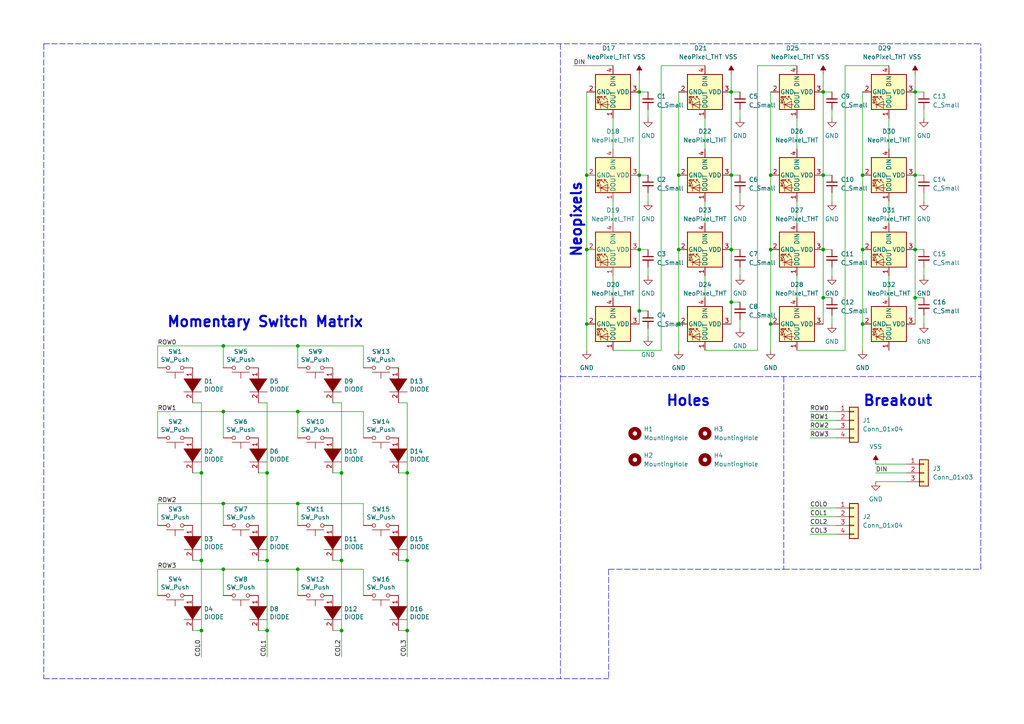
<source format=kicad_sch>
(kicad_sch (version 20211123) (generator eeschema)

  (uuid 5eaf7c23-a9b2-4c55-a24a-2c3e0051c4d4)

  (paper "A4")

  (lib_symbols
    (symbol "Connector_Generic:Conn_01x03" (pin_names (offset 1.016) hide) (in_bom yes) (on_board yes)
      (property "Reference" "J" (id 0) (at 0 5.08 0)
        (effects (font (size 1.27 1.27)))
      )
      (property "Value" "Conn_01x03" (id 1) (at 0 -5.08 0)
        (effects (font (size 1.27 1.27)))
      )
      (property "Footprint" "" (id 2) (at 0 0 0)
        (effects (font (size 1.27 1.27)) hide)
      )
      (property "Datasheet" "~" (id 3) (at 0 0 0)
        (effects (font (size 1.27 1.27)) hide)
      )
      (property "ki_keywords" "connector" (id 4) (at 0 0 0)
        (effects (font (size 1.27 1.27)) hide)
      )
      (property "ki_description" "Generic connector, single row, 01x03, script generated (kicad-library-utils/schlib/autogen/connector/)" (id 5) (at 0 0 0)
        (effects (font (size 1.27 1.27)) hide)
      )
      (property "ki_fp_filters" "Connector*:*_1x??_*" (id 6) (at 0 0 0)
        (effects (font (size 1.27 1.27)) hide)
      )
      (symbol "Conn_01x03_1_1"
        (rectangle (start -1.27 -2.413) (end 0 -2.667)
          (stroke (width 0.1524) (type default) (color 0 0 0 0))
          (fill (type none))
        )
        (rectangle (start -1.27 0.127) (end 0 -0.127)
          (stroke (width 0.1524) (type default) (color 0 0 0 0))
          (fill (type none))
        )
        (rectangle (start -1.27 2.667) (end 0 2.413)
          (stroke (width 0.1524) (type default) (color 0 0 0 0))
          (fill (type none))
        )
        (rectangle (start -1.27 3.81) (end 1.27 -3.81)
          (stroke (width 0.254) (type default) (color 0 0 0 0))
          (fill (type background))
        )
        (pin passive line (at -5.08 2.54 0) (length 3.81)
          (name "Pin_1" (effects (font (size 1.27 1.27))))
          (number "1" (effects (font (size 1.27 1.27))))
        )
        (pin passive line (at -5.08 0 0) (length 3.81)
          (name "Pin_2" (effects (font (size 1.27 1.27))))
          (number "2" (effects (font (size 1.27 1.27))))
        )
        (pin passive line (at -5.08 -2.54 0) (length 3.81)
          (name "Pin_3" (effects (font (size 1.27 1.27))))
          (number "3" (effects (font (size 1.27 1.27))))
        )
      )
    )
    (symbol "Connector_Generic:Conn_01x04" (pin_names (offset 1.016) hide) (in_bom yes) (on_board yes)
      (property "Reference" "J" (id 0) (at 0 5.08 0)
        (effects (font (size 1.27 1.27)))
      )
      (property "Value" "Conn_01x04" (id 1) (at 0 -7.62 0)
        (effects (font (size 1.27 1.27)))
      )
      (property "Footprint" "" (id 2) (at 0 0 0)
        (effects (font (size 1.27 1.27)) hide)
      )
      (property "Datasheet" "~" (id 3) (at 0 0 0)
        (effects (font (size 1.27 1.27)) hide)
      )
      (property "ki_keywords" "connector" (id 4) (at 0 0 0)
        (effects (font (size 1.27 1.27)) hide)
      )
      (property "ki_description" "Generic connector, single row, 01x04, script generated (kicad-library-utils/schlib/autogen/connector/)" (id 5) (at 0 0 0)
        (effects (font (size 1.27 1.27)) hide)
      )
      (property "ki_fp_filters" "Connector*:*_1x??_*" (id 6) (at 0 0 0)
        (effects (font (size 1.27 1.27)) hide)
      )
      (symbol "Conn_01x04_1_1"
        (rectangle (start -1.27 -4.953) (end 0 -5.207)
          (stroke (width 0.1524) (type default) (color 0 0 0 0))
          (fill (type none))
        )
        (rectangle (start -1.27 -2.413) (end 0 -2.667)
          (stroke (width 0.1524) (type default) (color 0 0 0 0))
          (fill (type none))
        )
        (rectangle (start -1.27 0.127) (end 0 -0.127)
          (stroke (width 0.1524) (type default) (color 0 0 0 0))
          (fill (type none))
        )
        (rectangle (start -1.27 2.667) (end 0 2.413)
          (stroke (width 0.1524) (type default) (color 0 0 0 0))
          (fill (type none))
        )
        (rectangle (start -1.27 3.81) (end 1.27 -6.35)
          (stroke (width 0.254) (type default) (color 0 0 0 0))
          (fill (type background))
        )
        (pin passive line (at -5.08 2.54 0) (length 3.81)
          (name "Pin_1" (effects (font (size 1.27 1.27))))
          (number "1" (effects (font (size 1.27 1.27))))
        )
        (pin passive line (at -5.08 0 0) (length 3.81)
          (name "Pin_2" (effects (font (size 1.27 1.27))))
          (number "2" (effects (font (size 1.27 1.27))))
        )
        (pin passive line (at -5.08 -2.54 0) (length 3.81)
          (name "Pin_3" (effects (font (size 1.27 1.27))))
          (number "3" (effects (font (size 1.27 1.27))))
        )
        (pin passive line (at -5.08 -5.08 0) (length 3.81)
          (name "Pin_4" (effects (font (size 1.27 1.27))))
          (number "4" (effects (font (size 1.27 1.27))))
        )
      )
    )
    (symbol "Device:C_Small" (pin_numbers hide) (pin_names (offset 0.254) hide) (in_bom yes) (on_board yes)
      (property "Reference" "C" (id 0) (at 0.254 1.778 0)
        (effects (font (size 1.27 1.27)) (justify left))
      )
      (property "Value" "C_Small" (id 1) (at 0.254 -2.032 0)
        (effects (font (size 1.27 1.27)) (justify left))
      )
      (property "Footprint" "" (id 2) (at 0 0 0)
        (effects (font (size 1.27 1.27)) hide)
      )
      (property "Datasheet" "~" (id 3) (at 0 0 0)
        (effects (font (size 1.27 1.27)) hide)
      )
      (property "ki_keywords" "capacitor cap" (id 4) (at 0 0 0)
        (effects (font (size 1.27 1.27)) hide)
      )
      (property "ki_description" "Unpolarized capacitor, small symbol" (id 5) (at 0 0 0)
        (effects (font (size 1.27 1.27)) hide)
      )
      (property "ki_fp_filters" "C_*" (id 6) (at 0 0 0)
        (effects (font (size 1.27 1.27)) hide)
      )
      (symbol "C_Small_0_1"
        (polyline
          (pts
            (xy -1.524 -0.508)
            (xy 1.524 -0.508)
          )
          (stroke (width 0.3302) (type default) (color 0 0 0 0))
          (fill (type none))
        )
        (polyline
          (pts
            (xy -1.524 0.508)
            (xy 1.524 0.508)
          )
          (stroke (width 0.3048) (type default) (color 0 0 0 0))
          (fill (type none))
        )
      )
      (symbol "C_Small_1_1"
        (pin passive line (at 0 2.54 270) (length 2.032)
          (name "~" (effects (font (size 1.27 1.27))))
          (number "1" (effects (font (size 1.27 1.27))))
        )
        (pin passive line (at 0 -2.54 90) (length 2.032)
          (name "~" (effects (font (size 1.27 1.27))))
          (number "2" (effects (font (size 1.27 1.27))))
        )
      )
    )
    (symbol "LED:NeoPixel_THT" (pin_names (offset 0.254)) (in_bom yes) (on_board yes)
      (property "Reference" "D" (id 0) (at 5.08 5.715 0)
        (effects (font (size 1.27 1.27)) (justify right bottom))
      )
      (property "Value" "NeoPixel_THT" (id 1) (at 1.27 -5.715 0)
        (effects (font (size 1.27 1.27)) (justify left top))
      )
      (property "Footprint" "" (id 2) (at 1.27 -7.62 0)
        (effects (font (size 1.27 1.27)) (justify left top) hide)
      )
      (property "Datasheet" "https://www.adafruit.com/product/1938" (id 3) (at 2.54 -9.525 0)
        (effects (font (size 1.27 1.27)) (justify left top) hide)
      )
      (property "ki_keywords" "RGB LED NeoPixel addressable" (id 4) (at 0 0 0)
        (effects (font (size 1.27 1.27)) hide)
      )
      (property "ki_description" "RGB LED with integrated controller, 5mm/8mm LED package" (id 5) (at 0 0 0)
        (effects (font (size 1.27 1.27)) hide)
      )
      (property "ki_fp_filters" "LED*D5.0mm* LED*D8.0mm*" (id 6) (at 0 0 0)
        (effects (font (size 1.27 1.27)) hide)
      )
      (symbol "NeoPixel_THT_0_0"
        (text "RGB" (at 2.286 -4.191 0)
          (effects (font (size 0.762 0.762)))
        )
      )
      (symbol "NeoPixel_THT_0_1"
        (polyline
          (pts
            (xy 1.27 -3.556)
            (xy 1.778 -3.556)
          )
          (stroke (width 0) (type default) (color 0 0 0 0))
          (fill (type none))
        )
        (polyline
          (pts
            (xy 1.27 -2.54)
            (xy 1.778 -2.54)
          )
          (stroke (width 0) (type default) (color 0 0 0 0))
          (fill (type none))
        )
        (polyline
          (pts
            (xy 4.699 -3.556)
            (xy 2.667 -3.556)
          )
          (stroke (width 0) (type default) (color 0 0 0 0))
          (fill (type none))
        )
        (polyline
          (pts
            (xy 2.286 -2.54)
            (xy 1.27 -3.556)
            (xy 1.27 -3.048)
          )
          (stroke (width 0) (type default) (color 0 0 0 0))
          (fill (type none))
        )
        (polyline
          (pts
            (xy 2.286 -1.524)
            (xy 1.27 -2.54)
            (xy 1.27 -2.032)
          )
          (stroke (width 0) (type default) (color 0 0 0 0))
          (fill (type none))
        )
        (polyline
          (pts
            (xy 3.683 -1.016)
            (xy 3.683 -3.556)
            (xy 3.683 -4.064)
          )
          (stroke (width 0) (type default) (color 0 0 0 0))
          (fill (type none))
        )
        (polyline
          (pts
            (xy 4.699 -1.524)
            (xy 2.667 -1.524)
            (xy 3.683 -3.556)
            (xy 4.699 -1.524)
          )
          (stroke (width 0) (type default) (color 0 0 0 0))
          (fill (type none))
        )
        (rectangle (start 5.08 5.08) (end -5.08 -5.08)
          (stroke (width 0.254) (type default) (color 0 0 0 0))
          (fill (type background))
        )
      )
      (symbol "NeoPixel_THT_1_1"
        (pin output line (at 7.62 0 180) (length 2.54)
          (name "DOUT" (effects (font (size 1.27 1.27))))
          (number "1" (effects (font (size 1.27 1.27))))
        )
        (pin power_in line (at 0 -7.62 90) (length 2.54)
          (name "GND" (effects (font (size 1.27 1.27))))
          (number "2" (effects (font (size 1.27 1.27))))
        )
        (pin power_in line (at 0 7.62 270) (length 2.54)
          (name "VDD" (effects (font (size 1.27 1.27))))
          (number "3" (effects (font (size 1.27 1.27))))
        )
        (pin input line (at -7.62 0 0) (length 2.54)
          (name "DIN" (effects (font (size 1.27 1.27))))
          (number "4" (effects (font (size 1.27 1.27))))
        )
      )
    )
    (symbol "Mechanical:MountingHole" (pin_names (offset 1.016)) (in_bom yes) (on_board yes)
      (property "Reference" "H" (id 0) (at 0 5.08 0)
        (effects (font (size 1.27 1.27)))
      )
      (property "Value" "MountingHole" (id 1) (at 0 3.175 0)
        (effects (font (size 1.27 1.27)))
      )
      (property "Footprint" "" (id 2) (at 0 0 0)
        (effects (font (size 1.27 1.27)) hide)
      )
      (property "Datasheet" "~" (id 3) (at 0 0 0)
        (effects (font (size 1.27 1.27)) hide)
      )
      (property "ki_keywords" "mounting hole" (id 4) (at 0 0 0)
        (effects (font (size 1.27 1.27)) hide)
      )
      (property "ki_description" "Mounting Hole without connection" (id 5) (at 0 0 0)
        (effects (font (size 1.27 1.27)) hide)
      )
      (property "ki_fp_filters" "MountingHole*" (id 6) (at 0 0 0)
        (effects (font (size 1.27 1.27)) hide)
      )
      (symbol "MountingHole_0_1"
        (circle (center 0 0) (radius 1.27)
          (stroke (width 1.27) (type default) (color 0 0 0 0))
          (fill (type none))
        )
      )
    )
    (symbol "Switch:SW_Push" (pin_numbers hide) (pin_names (offset 1.016) hide) (in_bom yes) (on_board yes)
      (property "Reference" "SW" (id 0) (at 1.27 2.54 0)
        (effects (font (size 1.27 1.27)) (justify left))
      )
      (property "Value" "SW_Push" (id 1) (at 0 -1.524 0)
        (effects (font (size 1.27 1.27)))
      )
      (property "Footprint" "" (id 2) (at 0 5.08 0)
        (effects (font (size 1.27 1.27)) hide)
      )
      (property "Datasheet" "~" (id 3) (at 0 5.08 0)
        (effects (font (size 1.27 1.27)) hide)
      )
      (property "ki_keywords" "switch normally-open pushbutton push-button" (id 4) (at 0 0 0)
        (effects (font (size 1.27 1.27)) hide)
      )
      (property "ki_description" "Push button switch, generic, two pins" (id 5) (at 0 0 0)
        (effects (font (size 1.27 1.27)) hide)
      )
      (symbol "SW_Push_0_1"
        (circle (center -2.032 0) (radius 0.508)
          (stroke (width 0) (type default) (color 0 0 0 0))
          (fill (type none))
        )
        (polyline
          (pts
            (xy 0 1.27)
            (xy 0 3.048)
          )
          (stroke (width 0) (type default) (color 0 0 0 0))
          (fill (type none))
        )
        (polyline
          (pts
            (xy 2.54 1.27)
            (xy -2.54 1.27)
          )
          (stroke (width 0) (type default) (color 0 0 0 0))
          (fill (type none))
        )
        (circle (center 2.032 0) (radius 0.508)
          (stroke (width 0) (type default) (color 0 0 0 0))
          (fill (type none))
        )
        (pin passive line (at -5.08 0 0) (length 2.54)
          (name "1" (effects (font (size 1.27 1.27))))
          (number "1" (effects (font (size 1.27 1.27))))
        )
        (pin passive line (at 5.08 0 180) (length 2.54)
          (name "2" (effects (font (size 1.27 1.27))))
          (number "2" (effects (font (size 1.27 1.27))))
        )
      )
    )
    (symbol "power:GND" (power) (pin_names (offset 0)) (in_bom yes) (on_board yes)
      (property "Reference" "#PWR" (id 0) (at 0 -6.35 0)
        (effects (font (size 1.27 1.27)) hide)
      )
      (property "Value" "GND" (id 1) (at 0 -3.81 0)
        (effects (font (size 1.27 1.27)))
      )
      (property "Footprint" "" (id 2) (at 0 0 0)
        (effects (font (size 1.27 1.27)) hide)
      )
      (property "Datasheet" "" (id 3) (at 0 0 0)
        (effects (font (size 1.27 1.27)) hide)
      )
      (property "ki_keywords" "global power" (id 4) (at 0 0 0)
        (effects (font (size 1.27 1.27)) hide)
      )
      (property "ki_description" "Power symbol creates a global label with name \"GND\" , ground" (id 5) (at 0 0 0)
        (effects (font (size 1.27 1.27)) hide)
      )
      (symbol "GND_0_1"
        (polyline
          (pts
            (xy 0 0)
            (xy 0 -1.27)
            (xy 1.27 -1.27)
            (xy 0 -2.54)
            (xy -1.27 -1.27)
            (xy 0 -1.27)
          )
          (stroke (width 0) (type default) (color 0 0 0 0))
          (fill (type none))
        )
      )
      (symbol "GND_1_1"
        (pin power_in line (at 0 0 270) (length 0) hide
          (name "GND" (effects (font (size 1.27 1.27))))
          (number "1" (effects (font (size 1.27 1.27))))
        )
      )
    )
    (symbol "power:VSS" (power) (pin_names (offset 0)) (in_bom yes) (on_board yes)
      (property "Reference" "#PWR" (id 0) (at 0 -3.81 0)
        (effects (font (size 1.27 1.27)) hide)
      )
      (property "Value" "VSS" (id 1) (at 0 3.81 0)
        (effects (font (size 1.27 1.27)))
      )
      (property "Footprint" "" (id 2) (at 0 0 0)
        (effects (font (size 1.27 1.27)) hide)
      )
      (property "Datasheet" "" (id 3) (at 0 0 0)
        (effects (font (size 1.27 1.27)) hide)
      )
      (property "ki_keywords" "global power" (id 4) (at 0 0 0)
        (effects (font (size 1.27 1.27)) hide)
      )
      (property "ki_description" "Power symbol creates a global label with name \"VSS\"" (id 5) (at 0 0 0)
        (effects (font (size 1.27 1.27)) hide)
      )
      (symbol "VSS_0_1"
        (polyline
          (pts
            (xy 0 0)
            (xy 0 2.54)
          )
          (stroke (width 0) (type default) (color 0 0 0 0))
          (fill (type none))
        )
        (polyline
          (pts
            (xy 0.762 1.27)
            (xy -0.762 1.27)
            (xy 0 2.54)
            (xy 0.762 1.27)
          )
          (stroke (width 0) (type default) (color 0 0 0 0))
          (fill (type outline))
        )
      )
      (symbol "VSS_1_1"
        (pin power_in line (at 0 0 90) (length 0) hide
          (name "VSS" (effects (font (size 1.27 1.27))))
          (number "1" (effects (font (size 1.27 1.27))))
        )
      )
    )
    (symbol "pspice:DIODE" (pin_names (offset 1.016) hide) (in_bom yes) (on_board yes)
      (property "Reference" "D" (id 0) (at 0 3.81 0)
        (effects (font (size 1.27 1.27)))
      )
      (property "Value" "DIODE" (id 1) (at 0 -4.445 0)
        (effects (font (size 1.27 1.27)))
      )
      (property "Footprint" "" (id 2) (at 0 0 0)
        (effects (font (size 1.27 1.27)) hide)
      )
      (property "Datasheet" "~" (id 3) (at 0 0 0)
        (effects (font (size 1.27 1.27)) hide)
      )
      (property "ki_keywords" "simulation" (id 4) (at 0 0 0)
        (effects (font (size 1.27 1.27)) hide)
      )
      (property "ki_description" "Diode symbol for simulation only. Pin order incompatible with official kicad footprints" (id 5) (at 0 0 0)
        (effects (font (size 1.27 1.27)) hide)
      )
      (symbol "DIODE_0_1"
        (polyline
          (pts
            (xy 1.905 2.54)
            (xy 1.905 -2.54)
          )
          (stroke (width 0) (type default) (color 0 0 0 0))
          (fill (type none))
        )
        (polyline
          (pts
            (xy -1.905 2.54)
            (xy -1.905 -2.54)
            (xy 1.905 0)
          )
          (stroke (width 0) (type default) (color 0 0 0 0))
          (fill (type outline))
        )
      )
      (symbol "DIODE_1_1"
        (pin input line (at -5.08 0 0) (length 3.81)
          (name "K" (effects (font (size 1.27 1.27))))
          (number "1" (effects (font (size 1.27 1.27))))
        )
        (pin input line (at 5.08 0 180) (length 3.81)
          (name "A" (effects (font (size 1.27 1.27))))
          (number "2" (effects (font (size 1.27 1.27))))
        )
      )
    )
  )

  (junction (at 185.42 90.17) (diameter 0) (color 0 0 0 0)
    (uuid 006f6b63-28a7-48a3-bf7e-13eabc3347bb)
  )
  (junction (at 99.06 137.16) (diameter 0) (color 0 0 0 0)
    (uuid 0494cb08-fd77-44ee-85f1-553dd3c47ffd)
  )
  (junction (at 64.77 100.33) (diameter 0) (color 0 0 0 0)
    (uuid 099737d4-fb39-464b-aa29-ab999281b8a3)
  )
  (junction (at 265.43 26.67) (diameter 0) (color 0 0 0 0)
    (uuid 0e2d46a6-d93f-4ad3-8db3-ea1b9537ad81)
  )
  (junction (at 86.36 100.33) (diameter 0) (color 0 0 0 0)
    (uuid 0f69935f-7e83-4145-9fe7-b5d28c3ef249)
  )
  (junction (at 238.76 26.67) (diameter 0) (color 0 0 0 0)
    (uuid 0fb24a01-07a5-44e1-861e-7ebbdac88f27)
  )
  (junction (at 212.09 50.8) (diameter 0) (color 0 0 0 0)
    (uuid 1a093542-9585-4be9-b94f-96fbc1596036)
  )
  (junction (at 64.77 146.05) (diameter 0) (color 0 0 0 0)
    (uuid 20c00da3-b65f-4dfb-968f-e4ca20598374)
  )
  (junction (at 99.06 182.88) (diameter 0) (color 0 0 0 0)
    (uuid 20c70c66-d427-4700-8617-16ef84764996)
  )
  (junction (at 64.77 119.38) (diameter 0) (color 0 0 0 0)
    (uuid 22600ce7-5898-477b-acc6-380acd14de2d)
  )
  (junction (at 86.36 119.38) (diameter 0) (color 0 0 0 0)
    (uuid 259845ed-71e3-47f2-9c7c-3e90f4bc9684)
  )
  (junction (at 196.85 72.39) (diameter 0) (color 0 0 0 0)
    (uuid 27abe052-9dbf-40c0-9c51-b4ee7e49b220)
  )
  (junction (at 250.19 72.39) (diameter 0) (color 0 0 0 0)
    (uuid 369422e4-eea9-4c9a-a7c8-1e2dbae7a677)
  )
  (junction (at 223.52 50.8) (diameter 0) (color 0 0 0 0)
    (uuid 3911bb8f-a94c-4f57-b0bc-2b182380aacf)
  )
  (junction (at 77.47 137.16) (diameter 0) (color 0 0 0 0)
    (uuid 416571d1-3712-4f6f-b6b6-2596a8d32a39)
  )
  (junction (at 170.18 72.39) (diameter 0) (color 0 0 0 0)
    (uuid 418413c1-deb4-4ea6-9a3e-7225dfc92710)
  )
  (junction (at 86.36 146.05) (diameter 0) (color 0 0 0 0)
    (uuid 4685ba4b-c30c-4a40-9b8a-d815b3f99893)
  )
  (junction (at 58.42 137.16) (diameter 0) (color 0 0 0 0)
    (uuid 49913c02-3c06-44cc-84fa-220eb7d72d17)
  )
  (junction (at 118.11 162.56) (diameter 0) (color 0 0 0 0)
    (uuid 5493618a-fff6-40b6-880e-de58f93dde3f)
  )
  (junction (at 223.52 93.98) (diameter 0) (color 0 0 0 0)
    (uuid 5955e45b-504e-4e66-bc51-e25101ca7a5f)
  )
  (junction (at 170.18 50.8) (diameter 0) (color 0 0 0 0)
    (uuid 5a694656-24f9-48cf-8938-96699688660e)
  )
  (junction (at 265.43 86.36) (diameter 0) (color 0 0 0 0)
    (uuid 5cc23e93-13f9-4f0f-8c81-f652cc23bd62)
  )
  (junction (at 250.19 50.8) (diameter 0) (color 0 0 0 0)
    (uuid 5f53285f-ddcf-4ce9-aa28-fc7cb3ebbb42)
  )
  (junction (at 223.52 72.39) (diameter 0) (color 0 0 0 0)
    (uuid 65df97cc-256e-4101-b05d-17246b6bf6b7)
  )
  (junction (at 212.09 26.67) (diameter 0) (color 0 0 0 0)
    (uuid 6668425d-7919-492e-a86e-263a19e5463c)
  )
  (junction (at 196.85 50.8) (diameter 0) (color 0 0 0 0)
    (uuid 69675af9-7d38-4bd9-ab29-0dadd6a7364c)
  )
  (junction (at 185.42 50.8) (diameter 0) (color 0 0 0 0)
    (uuid 76ad137a-4be6-47cb-96e0-3868ed5a28b3)
  )
  (junction (at 250.19 93.98) (diameter 0) (color 0 0 0 0)
    (uuid 78b8d9e6-bf42-434f-aafc-63aa5145a3d7)
  )
  (junction (at 58.42 182.88) (diameter 0) (color 0 0 0 0)
    (uuid 7be5b62c-2706-423b-83b0-2c396728c796)
  )
  (junction (at 238.76 72.39) (diameter 0) (color 0 0 0 0)
    (uuid 852f9347-9c3f-4e6a-a4be-c85bab97a3c7)
  )
  (junction (at 212.09 87.63) (diameter 0) (color 0 0 0 0)
    (uuid 8dac2ad5-05fd-48a5-94a7-20238c526194)
  )
  (junction (at 77.47 182.88) (diameter 0) (color 0 0 0 0)
    (uuid 92263d4a-5899-45ab-b184-bf526ddeb1ef)
  )
  (junction (at 86.36 165.1) (diameter 0) (color 0 0 0 0)
    (uuid 989cb489-b8d8-4dee-84d0-e786fec23594)
  )
  (junction (at 58.42 162.56) (diameter 0) (color 0 0 0 0)
    (uuid 9fcaecf9-26ff-495c-b2a9-548f24a8c4f5)
  )
  (junction (at 170.18 93.98) (diameter 0) (color 0 0 0 0)
    (uuid a74d1b09-6348-42d3-9ee2-ace46281cf62)
  )
  (junction (at 265.43 50.8) (diameter 0) (color 0 0 0 0)
    (uuid afe23d4a-fd75-4f8d-aad3-769d5118ba35)
  )
  (junction (at 118.11 137.16) (diameter 0) (color 0 0 0 0)
    (uuid bc840e5c-3636-4249-a9ed-a817a9624a39)
  )
  (junction (at 64.77 165.1) (diameter 0) (color 0 0 0 0)
    (uuid c37c8344-d454-48e8-b928-2257d5bdd3b2)
  )
  (junction (at 185.42 72.39) (diameter 0) (color 0 0 0 0)
    (uuid de1dc665-0dae-4866-bea2-2f88e8f54689)
  )
  (junction (at 238.76 50.8) (diameter 0) (color 0 0 0 0)
    (uuid dfd914bc-dfea-486c-a98f-ede1330afeac)
  )
  (junction (at 212.09 72.39) (diameter 0) (color 0 0 0 0)
    (uuid e11a40f1-ca4d-4936-9f25-ffd65d38999f)
  )
  (junction (at 185.42 26.67) (diameter 0) (color 0 0 0 0)
    (uuid e16bc711-a46c-4c26-9643-a83889c1a3d1)
  )
  (junction (at 77.47 162.56) (diameter 0) (color 0 0 0 0)
    (uuid e4817496-2a91-4aa1-a470-f4fb3534bf1e)
  )
  (junction (at 118.11 182.88) (diameter 0) (color 0 0 0 0)
    (uuid e89588d4-20fa-418c-a8ed-f8a37ed960a8)
  )
  (junction (at 196.85 93.98) (diameter 0) (color 0 0 0 0)
    (uuid f09c0ab0-d262-469d-8a36-e8918446415c)
  )
  (junction (at 265.43 72.39) (diameter 0) (color 0 0 0 0)
    (uuid f516e43f-3ee2-4a93-9a45-27c86b154936)
  )
  (junction (at 238.76 86.36) (diameter 0) (color 0 0 0 0)
    (uuid f8dd87ee-7af4-4f39-95a6-cf950ba568b7)
  )
  (junction (at 99.06 162.56) (diameter 0) (color 0 0 0 0)
    (uuid fe9137aa-e627-4859-bc47-6fa50ab697dc)
  )

  (wire (pts (xy 170.18 93.98) (xy 170.18 101.6))
    (stroke (width 0) (type default) (color 0 0 0 0))
    (uuid 01b0afe3-6d30-4884-bdaf-cebb26b545b5)
  )
  (wire (pts (xy 234.95 119.38) (xy 242.57 119.38))
    (stroke (width 0) (type default) (color 0 0 0 0))
    (uuid 0344561e-bc88-4311-a41b-f34f4e585d1e)
  )
  (wire (pts (xy 118.11 137.16) (xy 115.57 137.16))
    (stroke (width 0) (type default) (color 0 0 0 0))
    (uuid 035ab046-ec6e-4dab-9177-7301767ca19b)
  )
  (wire (pts (xy 45.72 127) (xy 45.72 119.38))
    (stroke (width 0) (type default) (color 0 0 0 0))
    (uuid 035e5518-43ea-4a01-90fa-e0aeaebbc2a1)
  )
  (wire (pts (xy 265.43 50.8) (xy 265.43 72.39))
    (stroke (width 0) (type default) (color 0 0 0 0))
    (uuid 04b90514-4b49-4d21-af81-b10252f08c94)
  )
  (wire (pts (xy 234.95 127) (xy 242.57 127))
    (stroke (width 0) (type default) (color 0 0 0 0))
    (uuid 04f76e06-8ec9-4231-9c2a-50dca5358e7d)
  )
  (wire (pts (xy 86.36 146.05) (xy 105.41 146.05))
    (stroke (width 0) (type default) (color 0 0 0 0))
    (uuid 0500fd4e-b2bd-4a5a-80a2-99685a5f2c57)
  )
  (wire (pts (xy 170.18 72.39) (xy 170.18 93.98))
    (stroke (width 0) (type default) (color 0 0 0 0))
    (uuid 0899ef90-954f-4b11-a9b5-e37f60a7d90c)
  )
  (wire (pts (xy 58.42 162.56) (xy 58.42 182.88))
    (stroke (width 0) (type default) (color 0 0 0 0))
    (uuid 098399fa-46f0-4b14-82c2-6b3fe3556994)
  )
  (wire (pts (xy 196.85 93.98) (xy 196.85 101.6))
    (stroke (width 0) (type default) (color 0 0 0 0))
    (uuid 0ed519d7-1383-4f71-80b1-826b06163655)
  )
  (wire (pts (xy 267.97 91.44) (xy 267.97 93.98))
    (stroke (width 0) (type default) (color 0 0 0 0))
    (uuid 1334cc46-32cb-478c-a91c-30e1c93d0ce7)
  )
  (wire (pts (xy 231.14 58.42) (xy 231.14 64.77))
    (stroke (width 0) (type default) (color 0 0 0 0))
    (uuid 136dac54-4d93-4e60-904a-ae951b60d784)
  )
  (wire (pts (xy 118.11 182.88) (xy 118.11 190.5))
    (stroke (width 0) (type default) (color 0 0 0 0))
    (uuid 15adf5f0-0616-4510-80d1-9e9eb19bbd75)
  )
  (wire (pts (xy 77.47 137.16) (xy 74.93 137.16))
    (stroke (width 0) (type default) (color 0 0 0 0))
    (uuid 169c99b8-6de9-489b-b4cc-5d69f636d601)
  )
  (wire (pts (xy 45.72 152.4) (xy 45.72 146.05))
    (stroke (width 0) (type default) (color 0 0 0 0))
    (uuid 17c17fb1-5350-4056-9e05-0e2dec9da049)
  )
  (wire (pts (xy 238.76 50.8) (xy 241.3 50.8))
    (stroke (width 0) (type default) (color 0 0 0 0))
    (uuid 18904a3c-df03-4361-a7b5-f1948fb3ff3a)
  )
  (wire (pts (xy 234.95 149.86) (xy 242.57 149.86))
    (stroke (width 0) (type default) (color 0 0 0 0))
    (uuid 192dc636-7e4a-4f93-a1eb-57e121dcd83c)
  )
  (wire (pts (xy 55.88 162.56) (xy 58.42 162.56))
    (stroke (width 0) (type default) (color 0 0 0 0))
    (uuid 1a9ab65b-dbaf-4630-bb69-712521da172d)
  )
  (wire (pts (xy 105.41 165.1) (xy 105.41 172.72))
    (stroke (width 0) (type default) (color 0 0 0 0))
    (uuid 1b13408f-6a5a-42ab-843b-930634e16659)
  )
  (wire (pts (xy 105.41 100.33) (xy 105.41 106.68))
    (stroke (width 0) (type default) (color 0 0 0 0))
    (uuid 1b472ea0-4bdd-4d74-8f66-35a4d0612b4f)
  )
  (wire (pts (xy 177.8 34.29) (xy 177.8 43.18))
    (stroke (width 0) (type default) (color 0 0 0 0))
    (uuid 1c2bdcbd-27d4-4f80-915d-ec842c3697d4)
  )
  (wire (pts (xy 212.09 21.59) (xy 212.09 26.67))
    (stroke (width 0) (type default) (color 0 0 0 0))
    (uuid 1c9d93c0-510f-4aff-aa95-2908d46db0f8)
  )
  (wire (pts (xy 191.77 101.6) (xy 191.77 19.05))
    (stroke (width 0) (type default) (color 0 0 0 0))
    (uuid 22449734-eb3e-4be3-9d16-3c5fc328dc88)
  )
  (wire (pts (xy 238.76 86.36) (xy 241.3 86.36))
    (stroke (width 0) (type default) (color 0 0 0 0))
    (uuid 2424ee2f-5674-475d-9ad4-aacf6860a5ea)
  )
  (polyline (pts (xy 12.7 12.7) (xy 12.7 196.85))
    (stroke (width 0) (type default) (color 0 0 0 0))
    (uuid 2485b3e6-6c16-46b5-865f-e003534cb006)
  )

  (wire (pts (xy 86.36 119.38) (xy 105.41 119.38))
    (stroke (width 0) (type default) (color 0 0 0 0))
    (uuid 2562edf4-4dd0-41e4-a4e2-b3c2a2793053)
  )
  (wire (pts (xy 250.19 93.98) (xy 250.19 101.6))
    (stroke (width 0) (type default) (color 0 0 0 0))
    (uuid 297b9d9f-743c-4694-b8f6-4a547bf317ae)
  )
  (wire (pts (xy 58.42 137.16) (xy 55.88 137.16))
    (stroke (width 0) (type default) (color 0 0 0 0))
    (uuid 29873511-e057-4a57-b16c-80a6a23ee35f)
  )
  (wire (pts (xy 118.11 137.16) (xy 118.11 162.56))
    (stroke (width 0) (type default) (color 0 0 0 0))
    (uuid 2afad1a5-4c5e-4fb0-aca3-56d747d24582)
  )
  (wire (pts (xy 177.8 58.42) (xy 177.8 64.77))
    (stroke (width 0) (type default) (color 0 0 0 0))
    (uuid 2bae6558-44a8-4a41-8908-3dcb28517c6f)
  )
  (polyline (pts (xy 162.56 12.7) (xy 162.56 109.22))
    (stroke (width 0) (type default) (color 0 0 0 0))
    (uuid 2e5f3096-14bc-4b96-a65c-988a9d8c1950)
  )

  (wire (pts (xy 241.3 55.88) (xy 241.3 58.42))
    (stroke (width 0) (type default) (color 0 0 0 0))
    (uuid 2f060630-5c2b-43e4-ba96-8d62bcd8ebe0)
  )
  (wire (pts (xy 245.11 19.05) (xy 257.81 19.05))
    (stroke (width 0) (type default) (color 0 0 0 0))
    (uuid 2f3c0fe0-e0a1-4a13-8bd7-7520cfdc0fda)
  )
  (wire (pts (xy 64.77 165.1) (xy 64.77 172.72))
    (stroke (width 0) (type default) (color 0 0 0 0))
    (uuid 307d69c5-8b36-407f-afaa-4f980780ec7d)
  )
  (wire (pts (xy 214.63 31.75) (xy 214.63 34.29))
    (stroke (width 0) (type default) (color 0 0 0 0))
    (uuid 3204eaf0-ceac-40ac-9a07-999516179463)
  )
  (wire (pts (xy 238.76 21.59) (xy 238.76 26.67))
    (stroke (width 0) (type default) (color 0 0 0 0))
    (uuid 33ced161-d590-4b48-a408-b13d55eced19)
  )
  (wire (pts (xy 257.81 58.42) (xy 257.81 64.77))
    (stroke (width 0) (type default) (color 0 0 0 0))
    (uuid 368d9a9a-1860-46c3-94de-d65b6c9fa644)
  )
  (wire (pts (xy 265.43 26.67) (xy 265.43 50.8))
    (stroke (width 0) (type default) (color 0 0 0 0))
    (uuid 3bb61daa-0640-4590-a181-96a1acdba860)
  )
  (wire (pts (xy 231.14 80.01) (xy 231.14 86.36))
    (stroke (width 0) (type default) (color 0 0 0 0))
    (uuid 3bce6e1a-b74c-4f31-80fe-240a152e2cd0)
  )
  (wire (pts (xy 212.09 50.8) (xy 214.63 50.8))
    (stroke (width 0) (type default) (color 0 0 0 0))
    (uuid 3d6b4f8a-332b-4634-91ed-a10f631edc12)
  )
  (wire (pts (xy 196.85 26.67) (xy 196.85 50.8))
    (stroke (width 0) (type default) (color 0 0 0 0))
    (uuid 3df8f120-9d05-4fed-a560-d4520e77ac5f)
  )
  (polyline (pts (xy 162.56 109.22) (xy 284.48 109.22))
    (stroke (width 0) (type default) (color 0 0 0 0))
    (uuid 3f5581fd-c58d-43fb-a804-fee5c8fd756a)
  )

  (wire (pts (xy 185.42 26.67) (xy 185.42 50.8))
    (stroke (width 0) (type default) (color 0 0 0 0))
    (uuid 3faa3cce-a0ae-4d1b-9676-47aab57a895e)
  )
  (wire (pts (xy 191.77 19.05) (xy 204.47 19.05))
    (stroke (width 0) (type default) (color 0 0 0 0))
    (uuid 4727c5e0-f750-4ef4-bbc3-3d90993f6281)
  )
  (wire (pts (xy 187.96 95.25) (xy 187.96 97.79))
    (stroke (width 0) (type default) (color 0 0 0 0))
    (uuid 474648db-8878-492a-bc45-c6ef141696ac)
  )
  (wire (pts (xy 185.42 90.17) (xy 187.96 90.17))
    (stroke (width 0) (type default) (color 0 0 0 0))
    (uuid 484d465c-dbae-4c77-b3b9-c617c34e3578)
  )
  (wire (pts (xy 212.09 26.67) (xy 214.63 26.67))
    (stroke (width 0) (type default) (color 0 0 0 0))
    (uuid 4ebf474f-efed-4b9a-b127-b3d9e72d0321)
  )
  (polyline (pts (xy 176.53 165.1) (xy 176.53 196.85))
    (stroke (width 0) (type default) (color 0 0 0 0))
    (uuid 4fe55afa-255b-4f2b-85b0-b9d2a8cedbc0)
  )
  (polyline (pts (xy 227.33 109.22) (xy 227.33 165.1))
    (stroke (width 0) (type default) (color 0 0 0 0))
    (uuid 50559330-75da-44a9-9816-3e924b00c350)
  )

  (wire (pts (xy 99.06 182.88) (xy 99.06 190.5))
    (stroke (width 0) (type default) (color 0 0 0 0))
    (uuid 50b83c25-17d4-4910-b2bf-a1bcb2e0792c)
  )
  (wire (pts (xy 267.97 55.88) (xy 267.97 58.42))
    (stroke (width 0) (type default) (color 0 0 0 0))
    (uuid 50dfecc6-a612-4992-b3b8-98eacf1bce86)
  )
  (wire (pts (xy 196.85 50.8) (xy 196.85 72.39))
    (stroke (width 0) (type default) (color 0 0 0 0))
    (uuid 50ef34c3-3312-489d-8b1a-36806a55fcaf)
  )
  (polyline (pts (xy 227.33 165.1) (xy 284.48 165.1))
    (stroke (width 0) (type default) (color 0 0 0 0))
    (uuid 537107b5-20a7-49b1-98db-5c3f544c3693)
  )

  (wire (pts (xy 74.93 162.56) (xy 77.47 162.56))
    (stroke (width 0) (type default) (color 0 0 0 0))
    (uuid 539971e3-3f71-41b4-9b3e-faff70930991)
  )
  (wire (pts (xy 118.11 116.84) (xy 118.11 137.16))
    (stroke (width 0) (type default) (color 0 0 0 0))
    (uuid 53dfa913-3a81-4f4e-913d-1c45435d09e9)
  )
  (wire (pts (xy 212.09 50.8) (xy 212.09 72.39))
    (stroke (width 0) (type default) (color 0 0 0 0))
    (uuid 54c0b710-fb8e-4fdf-b630-3d86d9614555)
  )
  (wire (pts (xy 257.81 34.29) (xy 257.81 43.18))
    (stroke (width 0) (type default) (color 0 0 0 0))
    (uuid 55ae83b3-d0c8-4077-9da6-2eb7fda0494e)
  )
  (wire (pts (xy 223.52 50.8) (xy 223.52 72.39))
    (stroke (width 0) (type default) (color 0 0 0 0))
    (uuid 56ec7b6a-6d44-4e36-b7a2-1e9c18fe8a75)
  )
  (wire (pts (xy 234.95 121.92) (xy 242.57 121.92))
    (stroke (width 0) (type default) (color 0 0 0 0))
    (uuid 575d382f-6c30-4164-aa5a-cf9521cacd3d)
  )
  (polyline (pts (xy 284.48 109.22) (xy 284.48 12.7))
    (stroke (width 0) (type default) (color 0 0 0 0))
    (uuid 57e01b4c-fd81-4f7d-ab4b-9a54213f5e2f)
  )

  (wire (pts (xy 118.11 162.56) (xy 118.11 182.88))
    (stroke (width 0) (type default) (color 0 0 0 0))
    (uuid 580f072e-8dc4-43c1-a1f7-eb2b96a347d4)
  )
  (wire (pts (xy 231.14 101.6) (xy 245.11 101.6))
    (stroke (width 0) (type default) (color 0 0 0 0))
    (uuid 58b556ba-8f07-4a93-9fa8-d689c17f9b19)
  )
  (polyline (pts (xy 12.7 12.7) (xy 284.48 12.7))
    (stroke (width 0) (type default) (color 0 0 0 0))
    (uuid 5b3861e1-16fe-4dd0-a048-a7fb78790fad)
  )

  (wire (pts (xy 64.77 146.05) (xy 86.36 146.05))
    (stroke (width 0) (type default) (color 0 0 0 0))
    (uuid 5ca9a858-67df-49c5-a3aa-0d1ca61c0c00)
  )
  (wire (pts (xy 177.8 101.6) (xy 191.77 101.6))
    (stroke (width 0) (type default) (color 0 0 0 0))
    (uuid 5e964fa4-2bde-4814-9724-6d9146a13318)
  )
  (wire (pts (xy 96.52 116.84) (xy 99.06 116.84))
    (stroke (width 0) (type default) (color 0 0 0 0))
    (uuid 5fd87281-0304-4a7c-bb9e-6cb3675a9210)
  )
  (wire (pts (xy 45.72 106.68) (xy 45.72 100.33))
    (stroke (width 0) (type default) (color 0 0 0 0))
    (uuid 60313f19-6b6c-46d0-bec0-3d69e3109722)
  )
  (wire (pts (xy 45.72 100.33) (xy 64.77 100.33))
    (stroke (width 0) (type default) (color 0 0 0 0))
    (uuid 610db511-318a-40a9-aa94-116cd7e6094c)
  )
  (wire (pts (xy 238.76 26.67) (xy 241.3 26.67))
    (stroke (width 0) (type default) (color 0 0 0 0))
    (uuid 64823139-00de-4e47-98c5-375a519cfc04)
  )
  (wire (pts (xy 254 134.62) (xy 262.89 134.62))
    (stroke (width 0) (type default) (color 0 0 0 0))
    (uuid 65997c60-5be0-45c6-8f40-389cff24d38f)
  )
  (wire (pts (xy 45.72 165.1) (xy 64.77 165.1))
    (stroke (width 0) (type default) (color 0 0 0 0))
    (uuid 677b8ffa-59be-4501-80fe-d839a43574ee)
  )
  (wire (pts (xy 238.76 50.8) (xy 238.76 72.39))
    (stroke (width 0) (type default) (color 0 0 0 0))
    (uuid 67edff9c-0304-4416-9b78-9077d0fdb01f)
  )
  (wire (pts (xy 64.77 146.05) (xy 64.77 152.4))
    (stroke (width 0) (type default) (color 0 0 0 0))
    (uuid 69580f3f-354a-4b60-b0de-caf6a081d355)
  )
  (wire (pts (xy 223.52 93.98) (xy 223.52 101.6))
    (stroke (width 0) (type default) (color 0 0 0 0))
    (uuid 69b862c4-cfa3-44cc-b6db-b82d031c506f)
  )
  (wire (pts (xy 223.52 72.39) (xy 223.52 93.98))
    (stroke (width 0) (type default) (color 0 0 0 0))
    (uuid 6af572be-563b-49a8-a11f-957945eb7459)
  )
  (wire (pts (xy 99.06 182.88) (xy 96.52 182.88))
    (stroke (width 0) (type default) (color 0 0 0 0))
    (uuid 6bab791d-4201-48ff-b105-b3667310ff30)
  )
  (polyline (pts (xy 176.53 165.1) (xy 227.33 165.1))
    (stroke (width 0) (type default) (color 0 0 0 0))
    (uuid 70cbaab4-8b17-4a28-b239-0bd5a5f89055)
  )

  (wire (pts (xy 58.42 116.84) (xy 58.42 137.16))
    (stroke (width 0) (type default) (color 0 0 0 0))
    (uuid 70fbc47d-37e3-458a-be14-a514a9ed006b)
  )
  (wire (pts (xy 185.42 50.8) (xy 187.96 50.8))
    (stroke (width 0) (type default) (color 0 0 0 0))
    (uuid 725ad552-73a2-47a7-8e99-18a4057db304)
  )
  (wire (pts (xy 99.06 137.16) (xy 96.52 137.16))
    (stroke (width 0) (type default) (color 0 0 0 0))
    (uuid 72d7cbd9-02a9-49a4-bb0a-4b220bdf0329)
  )
  (wire (pts (xy 105.41 119.38) (xy 105.41 127))
    (stroke (width 0) (type default) (color 0 0 0 0))
    (uuid 73df5807-3985-4e43-a5eb-231aceb978bc)
  )
  (polyline (pts (xy 284.48 165.1) (xy 284.48 109.22))
    (stroke (width 0) (type default) (color 0 0 0 0))
    (uuid 73f88388-e1fb-406f-8a9e-fb4ea8aa8305)
  )

  (wire (pts (xy 267.97 31.75) (xy 267.97 34.29))
    (stroke (width 0) (type default) (color 0 0 0 0))
    (uuid 749ccf4e-feac-4541-a35a-b5ea4eda22d6)
  )
  (polyline (pts (xy 12.7 196.85) (xy 176.53 196.85))
    (stroke (width 0) (type default) (color 0 0 0 0))
    (uuid 75ff6576-a4f4-465b-86c4-8cc2e5fd8e7a)
  )

  (wire (pts (xy 64.77 100.33) (xy 86.36 100.33))
    (stroke (width 0) (type default) (color 0 0 0 0))
    (uuid 76f5f2d5-8b93-4bc8-8b88-3be99638f932)
  )
  (wire (pts (xy 265.43 50.8) (xy 267.97 50.8))
    (stroke (width 0) (type default) (color 0 0 0 0))
    (uuid 777ec133-1212-4b05-9ddd-1fd6be738d30)
  )
  (wire (pts (xy 45.72 119.38) (xy 64.77 119.38))
    (stroke (width 0) (type default) (color 0 0 0 0))
    (uuid 7914b9bf-9da6-4cdf-a10b-3b9ab8f935a4)
  )
  (wire (pts (xy 77.47 182.88) (xy 74.93 182.88))
    (stroke (width 0) (type default) (color 0 0 0 0))
    (uuid 7bf1612c-e0d3-4436-a34f-34cc4c4ac768)
  )
  (wire (pts (xy 254 139.7) (xy 262.89 139.7))
    (stroke (width 0) (type default) (color 0 0 0 0))
    (uuid 7c0371ee-d2de-4679-ab51-35697f2d93cb)
  )
  (wire (pts (xy 77.47 182.88) (xy 77.47 190.5))
    (stroke (width 0) (type default) (color 0 0 0 0))
    (uuid 7c538c5e-8bdf-407f-a966-abd9ac65988d)
  )
  (wire (pts (xy 219.71 101.6) (xy 219.71 19.05))
    (stroke (width 0) (type default) (color 0 0 0 0))
    (uuid 7fa0ce37-af5d-4469-bf33-2c2fc5cb0b4f)
  )
  (wire (pts (xy 187.96 77.47) (xy 187.96 80.01))
    (stroke (width 0) (type default) (color 0 0 0 0))
    (uuid 82927e6a-a340-48eb-9f0c-c60367d4d2cd)
  )
  (wire (pts (xy 86.36 100.33) (xy 105.41 100.33))
    (stroke (width 0) (type default) (color 0 0 0 0))
    (uuid 8476fd2f-2b95-4f75-87ab-d5d0bf32a534)
  )
  (wire (pts (xy 185.42 72.39) (xy 185.42 90.17))
    (stroke (width 0) (type default) (color 0 0 0 0))
    (uuid 84803528-91ee-44ef-b1f8-d87d1f545ea6)
  )
  (wire (pts (xy 231.14 34.29) (xy 231.14 43.18))
    (stroke (width 0) (type default) (color 0 0 0 0))
    (uuid 848dfc87-633a-4ceb-a6f3-0ac75e3d6c33)
  )
  (wire (pts (xy 214.63 77.47) (xy 214.63 80.01))
    (stroke (width 0) (type default) (color 0 0 0 0))
    (uuid 8a38d37d-0517-4479-a5e7-c838398ee69d)
  )
  (wire (pts (xy 64.77 165.1) (xy 86.36 165.1))
    (stroke (width 0) (type default) (color 0 0 0 0))
    (uuid 8b36c880-80a7-4ab7-be40-71a918220e09)
  )
  (wire (pts (xy 96.52 162.56) (xy 99.06 162.56))
    (stroke (width 0) (type default) (color 0 0 0 0))
    (uuid 8deb39ea-4b80-4c9f-96d9-218ea032309c)
  )
  (wire (pts (xy 238.76 72.39) (xy 241.3 72.39))
    (stroke (width 0) (type default) (color 0 0 0 0))
    (uuid 8e511dbf-084f-4163-bb49-d90e3a5c6893)
  )
  (wire (pts (xy 238.76 86.36) (xy 238.76 93.98))
    (stroke (width 0) (type default) (color 0 0 0 0))
    (uuid 9171c763-9b0f-4a64-bb11-142ac709325f)
  )
  (wire (pts (xy 77.47 162.56) (xy 77.47 182.88))
    (stroke (width 0) (type default) (color 0 0 0 0))
    (uuid 91e57c43-d311-40d7-967a-991232d83b13)
  )
  (wire (pts (xy 265.43 72.39) (xy 267.97 72.39))
    (stroke (width 0) (type default) (color 0 0 0 0))
    (uuid 9304b8ff-0d9e-4d77-b86f-ddfc63e36c24)
  )
  (wire (pts (xy 238.76 72.39) (xy 238.76 86.36))
    (stroke (width 0) (type default) (color 0 0 0 0))
    (uuid 93aeb758-c221-4fcb-b5e5-819342461759)
  )
  (wire (pts (xy 265.43 21.59) (xy 265.43 26.67))
    (stroke (width 0) (type default) (color 0 0 0 0))
    (uuid 93e4a3d3-d33e-4a81-a182-33b48a8bb565)
  )
  (wire (pts (xy 86.36 165.1) (xy 105.41 165.1))
    (stroke (width 0) (type default) (color 0 0 0 0))
    (uuid 957e06e8-ec31-4436-82bc-05b9818f7d07)
  )
  (wire (pts (xy 212.09 87.63) (xy 212.09 93.98))
    (stroke (width 0) (type default) (color 0 0 0 0))
    (uuid 96feb396-678e-4709-88df-8357a3e11268)
  )
  (wire (pts (xy 204.47 80.01) (xy 204.47 86.36))
    (stroke (width 0) (type default) (color 0 0 0 0))
    (uuid 973b6d2c-c94e-4f6b-8e9f-db1aec6edb9c)
  )
  (wire (pts (xy 185.42 26.67) (xy 187.96 26.67))
    (stroke (width 0) (type default) (color 0 0 0 0))
    (uuid 99a7fdc2-4502-4ea6-b78b-3bb60379708c)
  )
  (wire (pts (xy 170.18 26.67) (xy 170.18 50.8))
    (stroke (width 0) (type default) (color 0 0 0 0))
    (uuid 99ebb2c5-00f9-4bd0-8f06-a880daba2e74)
  )
  (wire (pts (xy 58.42 137.16) (xy 58.42 162.56))
    (stroke (width 0) (type default) (color 0 0 0 0))
    (uuid 9a9aa375-64e3-44f1-91d7-2e3f5e57de4a)
  )
  (wire (pts (xy 115.57 162.56) (xy 118.11 162.56))
    (stroke (width 0) (type default) (color 0 0 0 0))
    (uuid 9b0b5ec8-96bd-420a-a91b-de7a259f4110)
  )
  (wire (pts (xy 234.95 152.4) (xy 242.57 152.4))
    (stroke (width 0) (type default) (color 0 0 0 0))
    (uuid 9d0f7682-7cae-4e36-9cb4-b71e079c8ddb)
  )
  (wire (pts (xy 187.96 31.75) (xy 187.96 34.29))
    (stroke (width 0) (type default) (color 0 0 0 0))
    (uuid 9f4bcc66-6076-4864-9036-a7655db56ab8)
  )
  (wire (pts (xy 177.8 80.01) (xy 177.8 86.36))
    (stroke (width 0) (type default) (color 0 0 0 0))
    (uuid a1230d15-ad58-41a5-83b8-4b66c19a354b)
  )
  (wire (pts (xy 241.3 31.75) (xy 241.3 34.29))
    (stroke (width 0) (type default) (color 0 0 0 0))
    (uuid a3007ca6-8e4e-456d-b1d6-294a2f0a6b1b)
  )
  (wire (pts (xy 265.43 26.67) (xy 267.97 26.67))
    (stroke (width 0) (type default) (color 0 0 0 0))
    (uuid a4e6afb7-d002-440e-9085-c2aef8182236)
  )
  (wire (pts (xy 99.06 137.16) (xy 99.06 162.56))
    (stroke (width 0) (type default) (color 0 0 0 0))
    (uuid a73e57bf-c6e9-4516-809b-4e38d410d8aa)
  )
  (wire (pts (xy 64.77 119.38) (xy 64.77 127))
    (stroke (width 0) (type default) (color 0 0 0 0))
    (uuid a7640db9-a899-42df-9a88-842c73e9e750)
  )
  (wire (pts (xy 234.95 124.46) (xy 242.57 124.46))
    (stroke (width 0) (type default) (color 0 0 0 0))
    (uuid a7b021e0-957f-4066-96df-dc9366fe2748)
  )
  (wire (pts (xy 223.52 26.67) (xy 223.52 50.8))
    (stroke (width 0) (type default) (color 0 0 0 0))
    (uuid a7d240c0-7ae7-4de0-8eb8-b7950432ead1)
  )
  (wire (pts (xy 250.19 50.8) (xy 250.19 72.39))
    (stroke (width 0) (type default) (color 0 0 0 0))
    (uuid ab016a73-58c9-450a-8d3e-a11264bfe979)
  )
  (wire (pts (xy 170.18 50.8) (xy 170.18 72.39))
    (stroke (width 0) (type default) (color 0 0 0 0))
    (uuid ac159ab7-c71e-45cb-b0ed-fec756deaf11)
  )
  (wire (pts (xy 212.09 87.63) (xy 214.63 87.63))
    (stroke (width 0) (type default) (color 0 0 0 0))
    (uuid b1d44015-169e-44c0-af84-47216c55666d)
  )
  (wire (pts (xy 77.47 137.16) (xy 77.47 162.56))
    (stroke (width 0) (type default) (color 0 0 0 0))
    (uuid b2549dfb-fac7-4ad9-8462-97639172a966)
  )
  (wire (pts (xy 77.47 116.84) (xy 77.47 137.16))
    (stroke (width 0) (type default) (color 0 0 0 0))
    (uuid b37015b3-e6eb-466d-9588-161d20ea21c7)
  )
  (wire (pts (xy 45.72 146.05) (xy 64.77 146.05))
    (stroke (width 0) (type default) (color 0 0 0 0))
    (uuid b716ea8c-c8b9-40f0-bc03-e534e1269a62)
  )
  (wire (pts (xy 214.63 92.71) (xy 214.63 95.25))
    (stroke (width 0) (type default) (color 0 0 0 0))
    (uuid b7f5d3d7-85ec-45e1-89a5-ff2e6e1af0a8)
  )
  (wire (pts (xy 214.63 55.88) (xy 214.63 58.42))
    (stroke (width 0) (type default) (color 0 0 0 0))
    (uuid b8af173d-7d93-4a17-bdbf-94b6f2d18ceb)
  )
  (wire (pts (xy 105.41 146.05) (xy 105.41 152.4))
    (stroke (width 0) (type default) (color 0 0 0 0))
    (uuid b8efd8be-f9d9-4ead-9ccc-4c9a35e5f800)
  )
  (wire (pts (xy 86.36 172.72) (xy 86.36 165.1))
    (stroke (width 0) (type default) (color 0 0 0 0))
    (uuid b948b2ac-6278-4c73-aec2-bb511540bdb9)
  )
  (wire (pts (xy 250.19 72.39) (xy 250.19 93.98))
    (stroke (width 0) (type default) (color 0 0 0 0))
    (uuid ba8e3cfc-2ef9-424e-afca-47619d0a7e46)
  )
  (wire (pts (xy 212.09 26.67) (xy 212.09 50.8))
    (stroke (width 0) (type default) (color 0 0 0 0))
    (uuid badacefc-deec-45a9-8c13-4480840d06d4)
  )
  (wire (pts (xy 204.47 34.29) (xy 204.47 43.18))
    (stroke (width 0) (type default) (color 0 0 0 0))
    (uuid bc1ab8d8-52dd-4ca5-bf99-d71f1744446d)
  )
  (wire (pts (xy 58.42 182.88) (xy 58.42 190.5))
    (stroke (width 0) (type default) (color 0 0 0 0))
    (uuid bd19d264-8746-47e7-a1d4-5d88381ea809)
  )
  (wire (pts (xy 45.72 172.72) (xy 45.72 165.1))
    (stroke (width 0) (type default) (color 0 0 0 0))
    (uuid bd6e00e0-b5e9-4f23-93b3-58f2a4eaa69d)
  )
  (wire (pts (xy 265.43 72.39) (xy 265.43 86.36))
    (stroke (width 0) (type default) (color 0 0 0 0))
    (uuid bf93579a-3763-4eaa-81b1-c1bd3c5ba940)
  )
  (wire (pts (xy 234.95 154.94) (xy 242.57 154.94))
    (stroke (width 0) (type default) (color 0 0 0 0))
    (uuid c09ec223-9637-40b2-9c9e-05d848053dee)
  )
  (wire (pts (xy 241.3 77.47) (xy 241.3 80.01))
    (stroke (width 0) (type default) (color 0 0 0 0))
    (uuid c56fa7d6-07cd-439d-aacb-2beeb8cd31b8)
  )
  (wire (pts (xy 74.93 116.84) (xy 77.47 116.84))
    (stroke (width 0) (type default) (color 0 0 0 0))
    (uuid c802a745-1abb-4d7b-8ce9-b5d0d5b29f80)
  )
  (wire (pts (xy 238.76 26.67) (xy 238.76 50.8))
    (stroke (width 0) (type default) (color 0 0 0 0))
    (uuid c958d030-968b-41ee-b590-6c1c82548b36)
  )
  (wire (pts (xy 196.85 72.39) (xy 196.85 93.98))
    (stroke (width 0) (type default) (color 0 0 0 0))
    (uuid cb3073c1-e2d3-4c83-846e-58eedf4eda46)
  )
  (wire (pts (xy 204.47 58.42) (xy 204.47 64.77))
    (stroke (width 0) (type default) (color 0 0 0 0))
    (uuid ce478788-e864-46c6-b4fe-fcd8d285c844)
  )
  (polyline (pts (xy 162.56 109.22) (xy 162.56 196.85))
    (stroke (width 0) (type default) (color 0 0 0 0))
    (uuid ce994ec5-da81-42c0-97fb-1de0bbd9cdf9)
  )

  (wire (pts (xy 185.42 72.39) (xy 187.96 72.39))
    (stroke (width 0) (type default) (color 0 0 0 0))
    (uuid d1667990-5deb-4143-ba3d-371b5eb4dc4a)
  )
  (wire (pts (xy 118.11 182.88) (xy 115.57 182.88))
    (stroke (width 0) (type default) (color 0 0 0 0))
    (uuid d1ea2eb8-124b-4ea4-a35f-4d4185ebfc88)
  )
  (wire (pts (xy 115.57 116.84) (xy 118.11 116.84))
    (stroke (width 0) (type default) (color 0 0 0 0))
    (uuid d2531095-d0d3-44fb-a255-df1546c367a1)
  )
  (wire (pts (xy 166.37 19.05) (xy 177.8 19.05))
    (stroke (width 0) (type default) (color 0 0 0 0))
    (uuid d339314c-b019-4283-a188-3c85b9de0216)
  )
  (wire (pts (xy 241.3 91.44) (xy 241.3 93.98))
    (stroke (width 0) (type default) (color 0 0 0 0))
    (uuid d5501eb6-5b75-458c-8c13-cf1def15b2be)
  )
  (wire (pts (xy 265.43 86.36) (xy 267.97 86.36))
    (stroke (width 0) (type default) (color 0 0 0 0))
    (uuid d6fc13a2-1c35-4b03-a262-0f2a4009a8c4)
  )
  (wire (pts (xy 257.81 80.01) (xy 257.81 86.36))
    (stroke (width 0) (type default) (color 0 0 0 0))
    (uuid d975b4d8-f0d5-42eb-a410-ca00eac99354)
  )
  (wire (pts (xy 254 137.16) (xy 262.89 137.16))
    (stroke (width 0) (type default) (color 0 0 0 0))
    (uuid dfd38a3d-22a3-4f1b-9588-8c60828f2595)
  )
  (wire (pts (xy 212.09 72.39) (xy 212.09 87.63))
    (stroke (width 0) (type default) (color 0 0 0 0))
    (uuid e09546a2-c1bf-4047-ad75-32d0cc968da0)
  )
  (wire (pts (xy 219.71 19.05) (xy 231.14 19.05))
    (stroke (width 0) (type default) (color 0 0 0 0))
    (uuid e0b70d11-f82c-4964-b89d-57c2dae513b3)
  )
  (wire (pts (xy 58.42 182.88) (xy 55.88 182.88))
    (stroke (width 0) (type default) (color 0 0 0 0))
    (uuid e114fafb-66be-406a-9560-49f7bc6e785b)
  )
  (wire (pts (xy 234.95 147.32) (xy 242.57 147.32))
    (stroke (width 0) (type default) (color 0 0 0 0))
    (uuid e20fcd93-1a10-409c-8f39-dc020ee3caef)
  )
  (wire (pts (xy 185.42 90.17) (xy 185.42 93.98))
    (stroke (width 0) (type default) (color 0 0 0 0))
    (uuid e37c32da-7b88-47d4-aec4-15f4b5bafdda)
  )
  (wire (pts (xy 212.09 72.39) (xy 214.63 72.39))
    (stroke (width 0) (type default) (color 0 0 0 0))
    (uuid e3bb6094-667b-4bb4-824b-0fac2c672d00)
  )
  (wire (pts (xy 99.06 162.56) (xy 99.06 182.88))
    (stroke (width 0) (type default) (color 0 0 0 0))
    (uuid e3efebe2-b1fe-4be6-ae52-7c4b3eae39ea)
  )
  (wire (pts (xy 64.77 119.38) (xy 86.36 119.38))
    (stroke (width 0) (type default) (color 0 0 0 0))
    (uuid e57f7097-758e-48df-bfbc-d1f771d8912d)
  )
  (wire (pts (xy 267.97 77.47) (xy 267.97 80.01))
    (stroke (width 0) (type default) (color 0 0 0 0))
    (uuid e5f2389e-9505-4108-a77c-3ab5db65403c)
  )
  (wire (pts (xy 187.96 55.88) (xy 187.96 58.42))
    (stroke (width 0) (type default) (color 0 0 0 0))
    (uuid ea541930-3a9c-4e73-bcd6-e4db1993c822)
  )
  (wire (pts (xy 55.88 116.84) (xy 58.42 116.84))
    (stroke (width 0) (type default) (color 0 0 0 0))
    (uuid eca26854-a767-4d60-8a0c-5a1412d2441c)
  )
  (wire (pts (xy 185.42 50.8) (xy 185.42 72.39))
    (stroke (width 0) (type default) (color 0 0 0 0))
    (uuid eef1e989-f635-43ba-9f47-68aa3be32715)
  )
  (wire (pts (xy 86.36 152.4) (xy 86.36 146.05))
    (stroke (width 0) (type default) (color 0 0 0 0))
    (uuid ef08764f-2a73-47d9-a031-a7fc3a2a8f9d)
  )
  (wire (pts (xy 245.11 101.6) (xy 245.11 19.05))
    (stroke (width 0) (type default) (color 0 0 0 0))
    (uuid eff0354f-52dd-4937-8b47-3d8ae5c0ef9b)
  )
  (wire (pts (xy 265.43 86.36) (xy 265.43 93.98))
    (stroke (width 0) (type default) (color 0 0 0 0))
    (uuid f021d1b7-911c-4dca-8a77-8b1404e2803b)
  )
  (wire (pts (xy 185.42 21.59) (xy 185.42 26.67))
    (stroke (width 0) (type default) (color 0 0 0 0))
    (uuid f2601dc4-cd65-408c-862d-e111afd4dd06)
  )
  (wire (pts (xy 86.36 106.68) (xy 86.36 100.33))
    (stroke (width 0) (type default) (color 0 0 0 0))
    (uuid f3712c39-46ec-4697-91c8-f4ea7c22d3ce)
  )
  (wire (pts (xy 86.36 127) (xy 86.36 119.38))
    (stroke (width 0) (type default) (color 0 0 0 0))
    (uuid f5983c74-2b49-4857-9a14-6bd31f819348)
  )
  (wire (pts (xy 64.77 100.33) (xy 64.77 106.68))
    (stroke (width 0) (type default) (color 0 0 0 0))
    (uuid f704c7f9-834f-4f95-9f98-b8a446d69ab9)
  )
  (wire (pts (xy 99.06 116.84) (xy 99.06 137.16))
    (stroke (width 0) (type default) (color 0 0 0 0))
    (uuid f7d39df9-26b3-44bd-89fb-2a5754cfcb40)
  )
  (wire (pts (xy 250.19 26.67) (xy 250.19 50.8))
    (stroke (width 0) (type default) (color 0 0 0 0))
    (uuid f99f1fc5-df7b-4ccc-9294-7c049bfccbf4)
  )
  (wire (pts (xy 204.47 101.6) (xy 219.71 101.6))
    (stroke (width 0) (type default) (color 0 0 0 0))
    (uuid fe9415cb-4d71-4f3b-83ff-a8ce0393f47f)
  )

  (text "Breakout" (at 250.19 118.11 0)
    (effects (font (size 2.9972 2.9972) (thickness 0.5994) bold) (justify left bottom))
    (uuid 5fbd3923-19fd-4f67-b97c-3eb6ae48e886)
  )
  (text "Neopixels" (at 168.91 74.93 90)
    (effects (font (size 2.9972 2.9972) (thickness 0.5994) bold) (justify left bottom))
    (uuid 9a5a786c-6c90-420a-90a7-356266dde57d)
  )
  (text "Holes" (at 193.04 118.11 0)
    (effects (font (size 2.9972 2.9972) (thickness 0.5994) bold) (justify left bottom))
    (uuid cfe4d0d9-68e3-4dc4-8683-180cb2cbe123)
  )
  (text "Momentary Switch Matrix" (at 48.26 95.25 0)
    (effects (font (size 2.9972 2.9972) (thickness 0.5994) bold) (justify left bottom))
    (uuid fe6b0fb4-7d8c-4ccb-b5d6-de45d79df77d)
  )

  (label "COL1" (at 77.47 190.5 90)
    (effects (font (size 1.27 1.27)) (justify left bottom))
    (uuid 18f904be-b85b-45d9-8f52-3d0269f87dc8)
  )
  (label "ROW0" (at 45.72 100.33 0)
    (effects (font (size 1.27 1.27)) (justify left bottom))
    (uuid 2897c62e-27e1-4802-82f2-cc135ec52fe3)
  )
  (label "COL0" (at 58.42 190.5 90)
    (effects (font (size 1.27 1.27)) (justify left bottom))
    (uuid 42e6f1a4-1465-49cd-a0fb-3b8595e3bb92)
  )
  (label "COL0" (at 234.95 147.32 0)
    (effects (font (size 1.27 1.27)) (justify left bottom))
    (uuid 44a483c9-9d70-441e-97e8-874887c65b53)
  )
  (label "ROW1" (at 234.95 121.92 0)
    (effects (font (size 1.27 1.27)) (justify left bottom))
    (uuid 4ad32ba4-557e-413c-aaf6-38e8e00acd14)
  )
  (label "ROW2" (at 45.72 146.05 0)
    (effects (font (size 1.27 1.27)) (justify left bottom))
    (uuid 52789e93-fce5-4730-b053-1090ca918043)
  )
  (label "ROW1" (at 45.72 119.38 0)
    (effects (font (size 1.27 1.27)) (justify left bottom))
    (uuid 573be737-9c75-4b07-96fb-fcb038562b57)
  )
  (label "DIN" (at 166.37 19.05 0)
    (effects (font (size 1.27 1.27)) (justify left bottom))
    (uuid 59dacc59-602b-4a59-8a56-525149c69d33)
  )
  (label "ROW3" (at 234.95 127 0)
    (effects (font (size 1.27 1.27)) (justify left bottom))
    (uuid 606e4de8-f498-412b-8828-3b294fc50a55)
  )
  (label "ROW3" (at 45.72 165.1 0)
    (effects (font (size 1.27 1.27)) (justify left bottom))
    (uuid 6da9726f-be9d-4ac0-8da6-ce4d972b6105)
  )
  (label "COL3" (at 234.95 154.94 0)
    (effects (font (size 1.27 1.27)) (justify left bottom))
    (uuid 84d5e535-6001-4127-81ed-ebc71e72c043)
  )
  (label "COL3" (at 118.11 190.5 90)
    (effects (font (size 1.27 1.27)) (justify left bottom))
    (uuid 951a8bb3-cf63-4573-936d-644870a2f880)
  )
  (label "COL2" (at 99.06 190.5 90)
    (effects (font (size 1.27 1.27)) (justify left bottom))
    (uuid a17a7a37-ffd2-486f-aa50-d8d993fe3487)
  )
  (label "ROW0" (at 234.95 119.38 0)
    (effects (font (size 1.27 1.27)) (justify left bottom))
    (uuid a870a446-fd0f-4502-904b-786ae1a672b6)
  )
  (label "COL1" (at 234.95 149.86 0)
    (effects (font (size 1.27 1.27)) (justify left bottom))
    (uuid b8105bdb-7e5f-4cf5-870c-82964a0d0a1b)
  )
  (label "DIN" (at 254 137.16 0)
    (effects (font (size 1.27 1.27)) (justify left bottom))
    (uuid c5ade783-1d11-43ac-84a3-6e9c4c32516f)
  )
  (label "COL2" (at 234.95 152.4 0)
    (effects (font (size 1.27 1.27)) (justify left bottom))
    (uuid c9e0ebc0-bef8-4c6e-b331-c5b5629fe4dc)
  )
  (label "ROW2" (at 234.95 124.46 0)
    (effects (font (size 1.27 1.27)) (justify left bottom))
    (uuid e6b38fe2-bc21-47f9-a60e-655967451d27)
  )

  (symbol (lib_id "pspice:DIODE") (at 55.88 177.8 270) (unit 1)
    (in_bom yes) (on_board yes)
    (uuid 04dac578-1d1f-4466-bfaf-e159831d2f42)
    (property "Reference" "D4" (id 0) (at 59.1312 176.6316 90)
      (effects (font (size 1.27 1.27)) (justify left))
    )
    (property "Value" "DIODE" (id 1) (at 59.1312 178.943 90)
      (effects (font (size 1.27 1.27)) (justify left))
    )
    (property "Footprint" "Diode_SMD:D_1206_3216Metric" (id 2) (at 55.88 177.8 0)
      (effects (font (size 1.27 1.27)) hide)
    )
    (property "Datasheet" "~" (id 3) (at 55.88 177.8 0)
      (effects (font (size 1.27 1.27)) hide)
    )
    (pin "1" (uuid 722c3a54-8ae1-45e7-ab6f-3601bf3b4ba2))
    (pin "2" (uuid 7f3173a8-86e1-41bf-9041-bba60de75c1e))
  )

  (symbol (lib_id "power:GND") (at 214.63 95.25 0) (unit 1)
    (in_bom yes) (on_board yes) (fields_autoplaced)
    (uuid 0b9c8b42-00e0-4269-9e8d-f98eaf53dacc)
    (property "Reference" "#PWR0121" (id 0) (at 214.63 101.6 0)
      (effects (font (size 1.27 1.27)) hide)
    )
    (property "Value" "GND" (id 1) (at 214.63 100.33 0))
    (property "Footprint" "" (id 2) (at 214.63 95.25 0)
      (effects (font (size 1.27 1.27)) hide)
    )
    (property "Datasheet" "" (id 3) (at 214.63 95.25 0)
      (effects (font (size 1.27 1.27)) hide)
    )
    (pin "1" (uuid dedda88c-dbbc-4170-89ea-4dfdeb6d0bad))
  )

  (symbol (lib_id "Device:C_Small") (at 241.3 74.93 0) (unit 1)
    (in_bom yes) (on_board yes) (fields_autoplaced)
    (uuid 0d5acc73-8828-4985-b747-62f1f4cb0d08)
    (property "Reference" "C11" (id 0) (at 243.84 73.6662 0)
      (effects (font (size 1.27 1.27)) (justify left))
    )
    (property "Value" "C_Small" (id 1) (at 243.84 76.2062 0)
      (effects (font (size 1.27 1.27)) (justify left))
    )
    (property "Footprint" "Capacitor_SMD:C_1206_3216Metric_Pad1.33x1.80mm_HandSolder" (id 2) (at 241.3 74.93 0)
      (effects (font (size 1.27 1.27)) hide)
    )
    (property "Datasheet" "~" (id 3) (at 241.3 74.93 0)
      (effects (font (size 1.27 1.27)) hide)
    )
    (pin "1" (uuid 62b8c664-0be3-4079-83e1-32eddc7f97db))
    (pin "2" (uuid 650cefbe-e49a-46df-9fdc-6316487db4db))
  )

  (symbol (lib_id "pspice:DIODE") (at 115.57 157.48 270) (unit 1)
    (in_bom yes) (on_board yes)
    (uuid 1089208f-e41d-4d2d-b2e7-d6ec3a7147f2)
    (property "Reference" "D15" (id 0) (at 118.8212 156.3116 90)
      (effects (font (size 1.27 1.27)) (justify left))
    )
    (property "Value" "DIODE" (id 1) (at 118.8212 158.623 90)
      (effects (font (size 1.27 1.27)) (justify left))
    )
    (property "Footprint" "Diode_SMD:D_1206_3216Metric" (id 2) (at 115.57 157.48 0)
      (effects (font (size 1.27 1.27)) hide)
    )
    (property "Datasheet" "~" (id 3) (at 115.57 157.48 0)
      (effects (font (size 1.27 1.27)) hide)
    )
    (pin "1" (uuid 847c509d-92c4-41c9-b9e6-d2497651667a))
    (pin "2" (uuid 25c574fb-b035-4de5-992d-818cd98d9c94))
  )

  (symbol (lib_id "Connector_Generic:Conn_01x04") (at 247.65 121.92 0) (unit 1)
    (in_bom yes) (on_board yes) (fields_autoplaced)
    (uuid 18418a4f-b33d-427a-900f-f993ad48f729)
    (property "Reference" "J1" (id 0) (at 250.19 121.9199 0)
      (effects (font (size 1.27 1.27)) (justify left))
    )
    (property "Value" "Conn_01x04" (id 1) (at 250.19 124.4599 0)
      (effects (font (size 1.27 1.27)) (justify left))
    )
    (property "Footprint" "Connector_PinHeader_2.54mm:PinHeader_1x04_P2.54mm_Horizontal" (id 2) (at 247.65 121.92 0)
      (effects (font (size 1.27 1.27)) hide)
    )
    (property "Datasheet" "~" (id 3) (at 247.65 121.92 0)
      (effects (font (size 1.27 1.27)) hide)
    )
    (pin "1" (uuid 991df3f9-ac2e-46af-b83a-53609d6c38b7))
    (pin "2" (uuid 93c1b2e3-5477-4890-b182-7d4fe7e873eb))
    (pin "3" (uuid b70137f0-8e9c-4979-b21e-7703ebc8a028))
    (pin "4" (uuid 0a063bfd-f85c-4fd1-94f0-bcc45ba61da5))
  )

  (symbol (lib_id "Connector_Generic:Conn_01x03") (at 267.97 137.16 0) (unit 1)
    (in_bom yes) (on_board yes) (fields_autoplaced)
    (uuid 188dd22f-3bf0-491f-8a29-a2e9b92f0d06)
    (property "Reference" "J3" (id 0) (at 270.51 135.8899 0)
      (effects (font (size 1.27 1.27)) (justify left))
    )
    (property "Value" "Conn_01x03" (id 1) (at 270.51 138.4299 0)
      (effects (font (size 1.27 1.27)) (justify left))
    )
    (property "Footprint" "Connector_PinHeader_2.54mm:PinHeader_1x03_P2.54mm_Horizontal" (id 2) (at 267.97 137.16 0)
      (effects (font (size 1.27 1.27)) hide)
    )
    (property "Datasheet" "~" (id 3) (at 267.97 137.16 0)
      (effects (font (size 1.27 1.27)) hide)
    )
    (pin "1" (uuid 843e8f02-a2e0-4b50-a91a-6117956b0ce0))
    (pin "2" (uuid c99de763-7e39-4508-a696-c067f86ef9d8))
    (pin "3" (uuid e5a2518b-f01e-4320-bc41-d1c60a205ada))
  )

  (symbol (lib_id "LED:NeoPixel_THT") (at 231.14 93.98 270) (unit 1)
    (in_bom yes) (on_board yes)
    (uuid 18ad041a-2b09-4a78-92fe-0638fc9fc646)
    (property "Reference" "D28" (id 0) (at 231.14 82.55 90))
    (property "Value" "NeoPixel_THT" (id 1) (at 231.14 85.09 90))
    (property "Footprint" "LED_SMD:LED_SK6812_PLCC4_5.0x5.0mm_P3.2mm" (id 2) (at 223.52 95.25 0)
      (effects (font (size 1.27 1.27)) (justify left top) hide)
    )
    (property "Datasheet" "https://www.adafruit.com/product/1938" (id 3) (at 221.615 96.52 0)
      (effects (font (size 1.27 1.27)) (justify left top) hide)
    )
    (pin "1" (uuid 9d343931-5f3e-463d-b2c5-622622ff7086))
    (pin "2" (uuid 64e49743-5e5a-4eb1-afd3-8f594a652655))
    (pin "3" (uuid f74c629d-4f5a-40bb-84f3-af0278ce8775))
    (pin "4" (uuid 3c4b3802-724b-42ae-b81a-11484ef9cbc7))
  )

  (symbol (lib_id "power:GND") (at 214.63 58.42 0) (unit 1)
    (in_bom yes) (on_board yes) (fields_autoplaced)
    (uuid 1e4322c1-7740-4018-b8b3-df84620ab02f)
    (property "Reference" "#PWR0122" (id 0) (at 214.63 64.77 0)
      (effects (font (size 1.27 1.27)) hide)
    )
    (property "Value" "GND" (id 1) (at 214.63 63.5 0))
    (property "Footprint" "" (id 2) (at 214.63 58.42 0)
      (effects (font (size 1.27 1.27)) hide)
    )
    (property "Datasheet" "" (id 3) (at 214.63 58.42 0)
      (effects (font (size 1.27 1.27)) hide)
    )
    (pin "1" (uuid b7c72b5f-8228-4030-89a6-256ba0e7f6e3))
  )

  (symbol (lib_id "power:GND") (at 196.85 101.6 0) (unit 1)
    (in_bom yes) (on_board yes) (fields_autoplaced)
    (uuid 1e46b3e9-ccfa-414d-99ab-a4c278f85a58)
    (property "Reference" "#PWR0107" (id 0) (at 196.85 107.95 0)
      (effects (font (size 1.27 1.27)) hide)
    )
    (property "Value" "GND" (id 1) (at 196.85 106.68 0))
    (property "Footprint" "" (id 2) (at 196.85 101.6 0)
      (effects (font (size 1.27 1.27)) hide)
    )
    (property "Datasheet" "" (id 3) (at 196.85 101.6 0)
      (effects (font (size 1.27 1.27)) hide)
    )
    (pin "1" (uuid 378645f4-1000-45fb-84e2-4b36b80e6daf))
  )

  (symbol (lib_id "Device:C_Small") (at 187.96 74.93 0) (unit 1)
    (in_bom yes) (on_board yes) (fields_autoplaced)
    (uuid 244f33c8-e812-48b1-9c34-e042e4576273)
    (property "Reference" "C3" (id 0) (at 190.5 73.6662 0)
      (effects (font (size 1.27 1.27)) (justify left))
    )
    (property "Value" "C_Small" (id 1) (at 190.5 76.2062 0)
      (effects (font (size 1.27 1.27)) (justify left))
    )
    (property "Footprint" "Capacitor_SMD:C_1206_3216Metric_Pad1.33x1.80mm_HandSolder" (id 2) (at 187.96 74.93 0)
      (effects (font (size 1.27 1.27)) hide)
    )
    (property "Datasheet" "~" (id 3) (at 187.96 74.93 0)
      (effects (font (size 1.27 1.27)) hide)
    )
    (pin "1" (uuid a2fa2186-7d8a-4d3a-8e96-98f3014f320b))
    (pin "2" (uuid 565b7aa5-485b-4a8e-b199-49501a1404a5))
  )

  (symbol (lib_id "power:GND") (at 241.3 58.42 0) (unit 1)
    (in_bom yes) (on_board yes) (fields_autoplaced)
    (uuid 26f2438a-6b86-4aa9-a8f8-9bdc279e2c01)
    (property "Reference" "#PWR0114" (id 0) (at 241.3 64.77 0)
      (effects (font (size 1.27 1.27)) hide)
    )
    (property "Value" "GND" (id 1) (at 241.3 63.5 0))
    (property "Footprint" "" (id 2) (at 241.3 58.42 0)
      (effects (font (size 1.27 1.27)) hide)
    )
    (property "Datasheet" "" (id 3) (at 241.3 58.42 0)
      (effects (font (size 1.27 1.27)) hide)
    )
    (pin "1" (uuid 5ee4d87a-e8b3-4e3b-97d0-4ae8f9d37809))
  )

  (symbol (lib_id "LED:NeoPixel_THT") (at 204.47 93.98 270) (unit 1)
    (in_bom yes) (on_board yes)
    (uuid 28290ecc-fe0a-4bcc-b2cf-f185ec1d11a2)
    (property "Reference" "D24" (id 0) (at 204.47 82.55 90))
    (property "Value" "NeoPixel_THT" (id 1) (at 204.47 85.09 90))
    (property "Footprint" "LED_SMD:LED_SK6812_PLCC4_5.0x5.0mm_P3.2mm" (id 2) (at 196.85 95.25 0)
      (effects (font (size 1.27 1.27)) (justify left top) hide)
    )
    (property "Datasheet" "https://www.adafruit.com/product/1938" (id 3) (at 194.945 96.52 0)
      (effects (font (size 1.27 1.27)) (justify left top) hide)
    )
    (pin "1" (uuid 3a6a7202-a0b6-43f1-a2fd-86db6240412e))
    (pin "2" (uuid 7354cf18-2d0c-42cd-81bd-33711ffc8dd5))
    (pin "3" (uuid 28a8aa24-5a15-4639-a404-219a6942dbd8))
    (pin "4" (uuid bcf08bf6-8fe4-408b-a25a-baecd4b1a524))
  )

  (symbol (lib_id "Switch:SW_Push") (at 50.8 172.72 180) (unit 1)
    (in_bom yes) (on_board yes)
    (uuid 28be8d3a-2573-41da-8732-2de51d72d259)
    (property "Reference" "SW4" (id 0) (at 50.8 168.021 0))
    (property "Value" "SW_Push" (id 1) (at 50.8 170.3324 0))
    (property "Footprint" "Button_Switch_THT:SW_PUSH_6mm" (id 2) (at 50.8 177.8 0)
      (effects (font (size 1.27 1.27)) hide)
    )
    (property "Datasheet" "~" (id 3) (at 50.8 177.8 0)
      (effects (font (size 1.27 1.27)) hide)
    )
    (pin "1" (uuid 634fb2f2-2186-4209-a0d0-a5d53039b25c))
    (pin "2" (uuid f73037d2-27a5-4d93-bcf0-5080758f4162))
  )

  (symbol (lib_id "power:VSS") (at 185.42 21.59 0) (unit 1)
    (in_bom yes) (on_board yes) (fields_autoplaced)
    (uuid 2b839408-fe26-4627-a68b-342710d95b9c)
    (property "Reference" "#PWR0106" (id 0) (at 185.42 25.4 0)
      (effects (font (size 1.27 1.27)) hide)
    )
    (property "Value" "VSS" (id 1) (at 185.42 16.51 0))
    (property "Footprint" "" (id 2) (at 185.42 21.59 0)
      (effects (font (size 1.27 1.27)) hide)
    )
    (property "Datasheet" "" (id 3) (at 185.42 21.59 0)
      (effects (font (size 1.27 1.27)) hide)
    )
    (pin "1" (uuid 9be16328-7988-495b-8bcb-b4bfd28e75d0))
  )

  (symbol (lib_id "Device:C_Small") (at 267.97 74.93 0) (unit 1)
    (in_bom yes) (on_board yes) (fields_autoplaced)
    (uuid 2bec5a47-2c96-4c40-b9c5-637d80801d80)
    (property "Reference" "C15" (id 0) (at 270.51 73.6662 0)
      (effects (font (size 1.27 1.27)) (justify left))
    )
    (property "Value" "C_Small" (id 1) (at 270.51 76.2062 0)
      (effects (font (size 1.27 1.27)) (justify left))
    )
    (property "Footprint" "Capacitor_SMD:C_1206_3216Metric_Pad1.33x1.80mm_HandSolder" (id 2) (at 267.97 74.93 0)
      (effects (font (size 1.27 1.27)) hide)
    )
    (property "Datasheet" "~" (id 3) (at 267.97 74.93 0)
      (effects (font (size 1.27 1.27)) hide)
    )
    (pin "1" (uuid d4dccc6b-3482-484f-972d-25d78e3040b9))
    (pin "2" (uuid dbd41632-dea3-444f-8d96-8f7fa10f8d1a))
  )

  (symbol (lib_id "LED:NeoPixel_THT") (at 231.14 26.67 270) (unit 1)
    (in_bom yes) (on_board yes)
    (uuid 2d9e57e7-a1af-4e01-b253-5452d9437215)
    (property "Reference" "D25" (id 0) (at 229.87 13.97 90))
    (property "Value" "NeoPixel_THT" (id 1) (at 229.87 16.51 90))
    (property "Footprint" "LED_SMD:LED_SK6812_PLCC4_5.0x5.0mm_P3.2mm" (id 2) (at 223.52 27.94 0)
      (effects (font (size 1.27 1.27)) (justify left top) hide)
    )
    (property "Datasheet" "https://www.adafruit.com/product/1938" (id 3) (at 221.615 29.21 0)
      (effects (font (size 1.27 1.27)) (justify left top) hide)
    )
    (pin "1" (uuid 0e8e7748-7a4e-40ce-a4a5-ad30753c0d60))
    (pin "2" (uuid 0635e223-ddbd-4061-9f42-02271bb3b11c))
    (pin "3" (uuid fdc57362-dce0-4ecf-b18e-7242fae57890))
    (pin "4" (uuid 5f4c609b-5fce-4e16-8186-f2312abf7e21))
  )

  (symbol (lib_id "power:GND") (at 250.19 101.6 0) (unit 1)
    (in_bom yes) (on_board yes) (fields_autoplaced)
    (uuid 2ddd9d43-5c05-41d4-8869-9ca40804ca73)
    (property "Reference" "#PWR0104" (id 0) (at 250.19 107.95 0)
      (effects (font (size 1.27 1.27)) hide)
    )
    (property "Value" "GND" (id 1) (at 250.19 106.68 0))
    (property "Footprint" "" (id 2) (at 250.19 101.6 0)
      (effects (font (size 1.27 1.27)) hide)
    )
    (property "Datasheet" "" (id 3) (at 250.19 101.6 0)
      (effects (font (size 1.27 1.27)) hide)
    )
    (pin "1" (uuid 8be7082a-0004-4529-b847-f5fba1a369c7))
  )

  (symbol (lib_id "Switch:SW_Push") (at 91.44 152.4 180) (unit 1)
    (in_bom yes) (on_board yes)
    (uuid 340d7ae8-2931-45a6-a318-1b24b037d9be)
    (property "Reference" "SW11" (id 0) (at 91.44 147.701 0))
    (property "Value" "SW_Push" (id 1) (at 91.44 150.0124 0))
    (property "Footprint" "Button_Switch_THT:SW_PUSH_6mm" (id 2) (at 91.44 157.48 0)
      (effects (font (size 1.27 1.27)) hide)
    )
    (property "Datasheet" "~" (id 3) (at 91.44 157.48 0)
      (effects (font (size 1.27 1.27)) hide)
    )
    (pin "1" (uuid 40cbf2cd-3475-4c7d-8500-2b07804cf362))
    (pin "2" (uuid ec745736-576a-448f-ac49-8f84860eef36))
  )

  (symbol (lib_id "power:VSS") (at 212.09 21.59 0) (unit 1)
    (in_bom yes) (on_board yes) (fields_autoplaced)
    (uuid 3f6df2ed-2f2d-4931-977f-73a54a0f550e)
    (property "Reference" "#PWR0103" (id 0) (at 212.09 25.4 0)
      (effects (font (size 1.27 1.27)) hide)
    )
    (property "Value" "VSS" (id 1) (at 212.09 16.51 0))
    (property "Footprint" "" (id 2) (at 212.09 21.59 0)
      (effects (font (size 1.27 1.27)) hide)
    )
    (property "Datasheet" "" (id 3) (at 212.09 21.59 0)
      (effects (font (size 1.27 1.27)) hide)
    )
    (pin "1" (uuid 3baadf64-d74e-42af-a2ae-5dd3046b6e65))
  )

  (symbol (lib_id "pspice:DIODE") (at 96.52 111.76 270) (unit 1)
    (in_bom yes) (on_board yes)
    (uuid 4146967f-a6a2-4607-a532-de6e9a933bd0)
    (property "Reference" "D9" (id 0) (at 99.7712 110.5916 90)
      (effects (font (size 1.27 1.27)) (justify left))
    )
    (property "Value" "DIODE" (id 1) (at 99.7712 112.903 90)
      (effects (font (size 1.27 1.27)) (justify left))
    )
    (property "Footprint" "Diode_SMD:D_1206_3216Metric" (id 2) (at 96.52 111.76 0)
      (effects (font (size 1.27 1.27)) hide)
    )
    (property "Datasheet" "~" (id 3) (at 96.52 111.76 0)
      (effects (font (size 1.27 1.27)) hide)
    )
    (pin "1" (uuid 0a84f664-ce63-4ffb-b2aa-c42e63022a1f))
    (pin "2" (uuid 8adae274-0414-4520-a985-28431c88be61))
  )

  (symbol (lib_id "power:GND") (at 241.3 34.29 0) (unit 1)
    (in_bom yes) (on_board yes) (fields_autoplaced)
    (uuid 43a36846-ed14-419d-ab36-f6acf24e3018)
    (property "Reference" "#PWR0116" (id 0) (at 241.3 40.64 0)
      (effects (font (size 1.27 1.27)) hide)
    )
    (property "Value" "GND" (id 1) (at 241.3 39.37 0))
    (property "Footprint" "" (id 2) (at 241.3 34.29 0)
      (effects (font (size 1.27 1.27)) hide)
    )
    (property "Datasheet" "" (id 3) (at 241.3 34.29 0)
      (effects (font (size 1.27 1.27)) hide)
    )
    (pin "1" (uuid 8a56b381-efbc-4ed8-b178-b2aa76aa39fc))
  )

  (symbol (lib_id "Switch:SW_Push") (at 50.8 106.68 180) (unit 1)
    (in_bom yes) (on_board yes)
    (uuid 457382fa-1f80-4847-a062-18b1ca40b244)
    (property "Reference" "SW1" (id 0) (at 50.8 101.981 0))
    (property "Value" "SW_Push" (id 1) (at 50.8 104.2924 0))
    (property "Footprint" "Button_Switch_THT:SW_PUSH_6mm" (id 2) (at 50.8 111.76 0)
      (effects (font (size 1.27 1.27)) hide)
    )
    (property "Datasheet" "~" (id 3) (at 50.8 111.76 0)
      (effects (font (size 1.27 1.27)) hide)
    )
    (pin "1" (uuid 3d52ebb2-e681-4bb9-9088-e043f2a29dde))
    (pin "2" (uuid 77fbca39-2ef6-4d0b-8c7e-5c7bb86dac64))
  )

  (symbol (lib_id "Device:C_Small") (at 241.3 88.9 0) (unit 1)
    (in_bom yes) (on_board yes) (fields_autoplaced)
    (uuid 466803dd-8508-4609-b72b-f6755476ccd3)
    (property "Reference" "C12" (id 0) (at 243.84 87.6362 0)
      (effects (font (size 1.27 1.27)) (justify left))
    )
    (property "Value" "C_Small" (id 1) (at 243.84 90.1762 0)
      (effects (font (size 1.27 1.27)) (justify left))
    )
    (property "Footprint" "Capacitor_SMD:C_1206_3216Metric_Pad1.33x1.80mm_HandSolder" (id 2) (at 241.3 88.9 0)
      (effects (font (size 1.27 1.27)) hide)
    )
    (property "Datasheet" "~" (id 3) (at 241.3 88.9 0)
      (effects (font (size 1.27 1.27)) hide)
    )
    (pin "1" (uuid b8063094-21ab-4d57-a2ca-db2945f91b02))
    (pin "2" (uuid 00c73c86-3f5a-4a7f-beab-461fae26340a))
  )

  (symbol (lib_id "power:GND") (at 214.63 80.01 0) (unit 1)
    (in_bom yes) (on_board yes) (fields_autoplaced)
    (uuid 46f9a7a8-8b68-400a-ae69-d07297c37a6c)
    (property "Reference" "#PWR0120" (id 0) (at 214.63 86.36 0)
      (effects (font (size 1.27 1.27)) hide)
    )
    (property "Value" "GND" (id 1) (at 214.63 85.09 0))
    (property "Footprint" "" (id 2) (at 214.63 80.01 0)
      (effects (font (size 1.27 1.27)) hide)
    )
    (property "Datasheet" "" (id 3) (at 214.63 80.01 0)
      (effects (font (size 1.27 1.27)) hide)
    )
    (pin "1" (uuid 37f1e29b-aa32-4e02-82d0-2003413a235d))
  )

  (symbol (lib_id "Switch:SW_Push") (at 69.85 172.72 180) (unit 1)
    (in_bom yes) (on_board yes)
    (uuid 47492c66-0aa1-47f4-825e-98eec3876ca3)
    (property "Reference" "SW8" (id 0) (at 69.85 168.021 0))
    (property "Value" "SW_Push" (id 1) (at 69.85 170.3324 0))
    (property "Footprint" "Button_Switch_THT:SW_PUSH_6mm" (id 2) (at 69.85 177.8 0)
      (effects (font (size 1.27 1.27)) hide)
    )
    (property "Datasheet" "~" (id 3) (at 69.85 177.8 0)
      (effects (font (size 1.27 1.27)) hide)
    )
    (pin "1" (uuid 8876eb2d-bf50-487d-8d4d-49bbd7409f3e))
    (pin "2" (uuid ec880678-62c1-4256-9d4f-326c7d982a6a))
  )

  (symbol (lib_id "power:GND") (at 241.3 80.01 0) (unit 1)
    (in_bom yes) (on_board yes) (fields_autoplaced)
    (uuid 4b3b4fc3-1cb6-49f2-aaea-f6054bb01f27)
    (property "Reference" "#PWR0111" (id 0) (at 241.3 86.36 0)
      (effects (font (size 1.27 1.27)) hide)
    )
    (property "Value" "GND" (id 1) (at 241.3 85.09 0))
    (property "Footprint" "" (id 2) (at 241.3 80.01 0)
      (effects (font (size 1.27 1.27)) hide)
    )
    (property "Datasheet" "" (id 3) (at 241.3 80.01 0)
      (effects (font (size 1.27 1.27)) hide)
    )
    (pin "1" (uuid f7c145b6-f578-42e5-8279-99be3793f3ac))
  )

  (symbol (lib_id "pspice:DIODE") (at 74.93 157.48 270) (unit 1)
    (in_bom yes) (on_board yes)
    (uuid 4d07e3ed-7a89-47ba-8123-f47a69f659a6)
    (property "Reference" "D7" (id 0) (at 78.1812 156.3116 90)
      (effects (font (size 1.27 1.27)) (justify left))
    )
    (property "Value" "DIODE" (id 1) (at 78.1812 158.623 90)
      (effects (font (size 1.27 1.27)) (justify left))
    )
    (property "Footprint" "Diode_SMD:D_1206_3216Metric" (id 2) (at 74.93 157.48 0)
      (effects (font (size 1.27 1.27)) hide)
    )
    (property "Datasheet" "~" (id 3) (at 74.93 157.48 0)
      (effects (font (size 1.27 1.27)) hide)
    )
    (pin "1" (uuid 7f4b38eb-aaad-4ca4-bd45-2ab6f4f28b69))
    (pin "2" (uuid 356a1b19-81ad-4162-a620-e54b46a2d6f8))
  )

  (symbol (lib_id "LED:NeoPixel_THT") (at 177.8 72.39 270) (unit 1)
    (in_bom yes) (on_board yes)
    (uuid 51af1860-f389-4e12-a514-5a93becdbb48)
    (property "Reference" "D19" (id 0) (at 177.8 60.96 90))
    (property "Value" "NeoPixel_THT" (id 1) (at 177.8 63.5 90))
    (property "Footprint" "LED_SMD:LED_SK6812_PLCC4_5.0x5.0mm_P3.2mm" (id 2) (at 170.18 73.66 0)
      (effects (font (size 1.27 1.27)) (justify left top) hide)
    )
    (property "Datasheet" "https://www.adafruit.com/product/1938" (id 3) (at 168.275 74.93 0)
      (effects (font (size 1.27 1.27)) (justify left top) hide)
    )
    (pin "1" (uuid 9cb87903-89f8-4d47-b3e3-29c9ba7ec9ed))
    (pin "2" (uuid caa0ab33-1584-4f12-ab3b-ca75749d0276))
    (pin "3" (uuid ff9ee440-3d47-408e-902f-8b9bf0829021))
    (pin "4" (uuid 69e07bef-79eb-417e-971a-029d4c3ffd36))
  )

  (symbol (lib_id "power:GND") (at 170.18 101.6 0) (unit 1)
    (in_bom yes) (on_board yes) (fields_autoplaced)
    (uuid 535fcb37-c000-4357-b282-2017ce9865c0)
    (property "Reference" "#PWR0108" (id 0) (at 170.18 107.95 0)
      (effects (font (size 1.27 1.27)) hide)
    )
    (property "Value" "GND" (id 1) (at 170.18 106.68 0))
    (property "Footprint" "" (id 2) (at 170.18 101.6 0)
      (effects (font (size 1.27 1.27)) hide)
    )
    (property "Datasheet" "" (id 3) (at 170.18 101.6 0)
      (effects (font (size 1.27 1.27)) hide)
    )
    (pin "1" (uuid d193628b-4b18-4746-93c6-dcac79540553))
  )

  (symbol (lib_id "Switch:SW_Push") (at 110.49 106.68 180) (unit 1)
    (in_bom yes) (on_board yes)
    (uuid 537d9a30-831e-4057-b183-3aa3ea3898d0)
    (property "Reference" "SW13" (id 0) (at 110.49 101.981 0))
    (property "Value" "SW_Push" (id 1) (at 110.49 104.2924 0))
    (property "Footprint" "Button_Switch_THT:SW_PUSH_6mm" (id 2) (at 110.49 111.76 0)
      (effects (font (size 1.27 1.27)) hide)
    )
    (property "Datasheet" "~" (id 3) (at 110.49 111.76 0)
      (effects (font (size 1.27 1.27)) hide)
    )
    (pin "1" (uuid 6a0dc788-d512-4cda-8dce-1ae077ee91d5))
    (pin "2" (uuid f775107c-29ec-438e-acaa-68d40cce1db4))
  )

  (symbol (lib_id "pspice:DIODE") (at 115.57 177.8 270) (unit 1)
    (in_bom yes) (on_board yes)
    (uuid 57a777c8-1e5e-4779-ac1f-f2541f7f1026)
    (property "Reference" "D16" (id 0) (at 118.8212 176.6316 90)
      (effects (font (size 1.27 1.27)) (justify left))
    )
    (property "Value" "DIODE" (id 1) (at 118.8212 178.943 90)
      (effects (font (size 1.27 1.27)) (justify left))
    )
    (property "Footprint" "Diode_SMD:D_1206_3216Metric" (id 2) (at 115.57 177.8 0)
      (effects (font (size 1.27 1.27)) hide)
    )
    (property "Datasheet" "~" (id 3) (at 115.57 177.8 0)
      (effects (font (size 1.27 1.27)) hide)
    )
    (pin "1" (uuid 8fc60134-9c7e-4522-a569-840685ae9228))
    (pin "2" (uuid 7a0cf113-d1da-46ee-bed3-fe2bfc72ab7e))
  )

  (symbol (lib_id "power:VSS") (at 254 134.62 0) (unit 1)
    (in_bom yes) (on_board yes) (fields_autoplaced)
    (uuid 5be138ef-08d2-459c-8899-6b43ca6ec569)
    (property "Reference" "#PWR0126" (id 0) (at 254 138.43 0)
      (effects (font (size 1.27 1.27)) hide)
    )
    (property "Value" "VSS" (id 1) (at 254 129.54 0))
    (property "Footprint" "" (id 2) (at 254 134.62 0)
      (effects (font (size 1.27 1.27)) hide)
    )
    (property "Datasheet" "" (id 3) (at 254 134.62 0)
      (effects (font (size 1.27 1.27)) hide)
    )
    (pin "1" (uuid 8bae6096-7b10-4b20-9c48-2207c51207e5))
  )

  (symbol (lib_id "power:GND") (at 267.97 93.98 0) (unit 1)
    (in_bom yes) (on_board yes) (fields_autoplaced)
    (uuid 5cd88d4c-e3e5-447b-a94f-ed4a4b5b2a17)
    (property "Reference" "#PWR0112" (id 0) (at 267.97 100.33 0)
      (effects (font (size 1.27 1.27)) hide)
    )
    (property "Value" "GND" (id 1) (at 267.97 99.06 0))
    (property "Footprint" "" (id 2) (at 267.97 93.98 0)
      (effects (font (size 1.27 1.27)) hide)
    )
    (property "Datasheet" "" (id 3) (at 267.97 93.98 0)
      (effects (font (size 1.27 1.27)) hide)
    )
    (pin "1" (uuid 62c7d36b-6e16-4ed3-b0e7-bf4e46c42e04))
  )

  (symbol (lib_id "power:VSS") (at 265.43 21.59 0) (unit 1)
    (in_bom yes) (on_board yes) (fields_autoplaced)
    (uuid 5da753ea-93a6-4be6-a456-f695336a4da6)
    (property "Reference" "#PWR0101" (id 0) (at 265.43 25.4 0)
      (effects (font (size 1.27 1.27)) hide)
    )
    (property "Value" "VSS" (id 1) (at 265.43 16.51 0))
    (property "Footprint" "" (id 2) (at 265.43 21.59 0)
      (effects (font (size 1.27 1.27)) hide)
    )
    (property "Datasheet" "" (id 3) (at 265.43 21.59 0)
      (effects (font (size 1.27 1.27)) hide)
    )
    (pin "1" (uuid 9be4ed87-8198-47f3-8b4c-69aa515b13b0))
  )

  (symbol (lib_id "pspice:DIODE") (at 74.93 111.76 270) (unit 1)
    (in_bom yes) (on_board yes)
    (uuid 5de8d9b4-cf4f-4123-ac70-000bff2191e3)
    (property "Reference" "D5" (id 0) (at 78.1812 110.5916 90)
      (effects (font (size 1.27 1.27)) (justify left))
    )
    (property "Value" "DIODE" (id 1) (at 78.1812 112.903 90)
      (effects (font (size 1.27 1.27)) (justify left))
    )
    (property "Footprint" "Diode_SMD:D_1206_3216Metric" (id 2) (at 74.93 111.76 0)
      (effects (font (size 1.27 1.27)) hide)
    )
    (property "Datasheet" "~" (id 3) (at 74.93 111.76 0)
      (effects (font (size 1.27 1.27)) hide)
    )
    (pin "1" (uuid 8c7f372f-b7a6-4805-a554-ca7948cb7c11))
    (pin "2" (uuid b01e2396-8a2a-41db-a384-d167e3a23c80))
  )

  (symbol (lib_id "Device:C_Small") (at 187.96 92.71 0) (unit 1)
    (in_bom yes) (on_board yes) (fields_autoplaced)
    (uuid 5e525e07-2b40-4b3e-8a4f-e451628dbc8c)
    (property "Reference" "C4" (id 0) (at 190.5 91.4462 0)
      (effects (font (size 1.27 1.27)) (justify left))
    )
    (property "Value" "C_Small" (id 1) (at 190.5 93.9862 0)
      (effects (font (size 1.27 1.27)) (justify left))
    )
    (property "Footprint" "Capacitor_SMD:C_1206_3216Metric_Pad1.33x1.80mm_HandSolder" (id 2) (at 187.96 92.71 0)
      (effects (font (size 1.27 1.27)) hide)
    )
    (property "Datasheet" "~" (id 3) (at 187.96 92.71 0)
      (effects (font (size 1.27 1.27)) hide)
    )
    (pin "1" (uuid f985c0e3-8763-4f19-850f-8110cf510380))
    (pin "2" (uuid 68833a22-4730-4bd7-95c9-f8be99ec8dd7))
  )

  (symbol (lib_id "pspice:DIODE") (at 96.52 157.48 270) (unit 1)
    (in_bom yes) (on_board yes)
    (uuid 6334c7b0-f302-472e-be39-fd122935c0d4)
    (property "Reference" "D11" (id 0) (at 99.7712 156.3116 90)
      (effects (font (size 1.27 1.27)) (justify left))
    )
    (property "Value" "DIODE" (id 1) (at 99.7712 158.623 90)
      (effects (font (size 1.27 1.27)) (justify left))
    )
    (property "Footprint" "Diode_SMD:D_1206_3216Metric" (id 2) (at 96.52 157.48 0)
      (effects (font (size 1.27 1.27)) hide)
    )
    (property "Datasheet" "~" (id 3) (at 96.52 157.48 0)
      (effects (font (size 1.27 1.27)) hide)
    )
    (pin "1" (uuid c5eef459-15fd-4935-82c7-a85d9eea38a8))
    (pin "2" (uuid 50c674d5-2204-42e6-8182-767bd59e0c57))
  )

  (symbol (lib_id "LED:NeoPixel_THT") (at 204.47 26.67 270) (unit 1)
    (in_bom yes) (on_board yes)
    (uuid 64a03de7-c34c-4e94-b8f1-61a54ca1156d)
    (property "Reference" "D21" (id 0) (at 203.2 13.97 90))
    (property "Value" "NeoPixel_THT" (id 1) (at 203.2 16.51 90))
    (property "Footprint" "LED_SMD:LED_SK6812_PLCC4_5.0x5.0mm_P3.2mm" (id 2) (at 196.85 27.94 0)
      (effects (font (size 1.27 1.27)) (justify left top) hide)
    )
    (property "Datasheet" "https://www.adafruit.com/product/1938" (id 3) (at 194.945 29.21 0)
      (effects (font (size 1.27 1.27)) (justify left top) hide)
    )
    (pin "1" (uuid 64894020-bd33-414a-912c-65941f8c9a1f))
    (pin "2" (uuid 4d1bc1ce-1807-4060-997e-8f4d66cd16b6))
    (pin "3" (uuid e8f4d6b0-55a8-4f1f-a113-861c043281c8))
    (pin "4" (uuid d086e2c0-362a-4c3f-92fc-2944cf1f4ad9))
  )

  (symbol (lib_id "Switch:SW_Push") (at 110.49 152.4 180) (unit 1)
    (in_bom yes) (on_board yes)
    (uuid 64c889cb-b095-42e0-9378-784ecdeed2f0)
    (property "Reference" "SW15" (id 0) (at 110.49 147.701 0))
    (property "Value" "SW_Push" (id 1) (at 110.49 150.0124 0))
    (property "Footprint" "Button_Switch_THT:SW_PUSH_6mm" (id 2) (at 110.49 157.48 0)
      (effects (font (size 1.27 1.27)) hide)
    )
    (property "Datasheet" "~" (id 3) (at 110.49 157.48 0)
      (effects (font (size 1.27 1.27)) hide)
    )
    (pin "1" (uuid 1063001a-e061-415f-9c70-819536190638))
    (pin "2" (uuid 2b0ad8e9-397f-46a8-899b-f7f6f27379f8))
  )

  (symbol (lib_id "power:VSS") (at 238.76 21.59 0) (unit 1)
    (in_bom yes) (on_board yes) (fields_autoplaced)
    (uuid 6869ffc8-b06a-4460-baaf-eeb54cb12d73)
    (property "Reference" "#PWR0102" (id 0) (at 238.76 25.4 0)
      (effects (font (size 1.27 1.27)) hide)
    )
    (property "Value" "VSS" (id 1) (at 238.76 16.51 0))
    (property "Footprint" "" (id 2) (at 238.76 21.59 0)
      (effects (font (size 1.27 1.27)) hide)
    )
    (property "Datasheet" "" (id 3) (at 238.76 21.59 0)
      (effects (font (size 1.27 1.27)) hide)
    )
    (pin "1" (uuid 61969c14-dd4f-4d98-a144-acab886ba04d))
  )

  (symbol (lib_id "Device:C_Small") (at 267.97 53.34 0) (unit 1)
    (in_bom yes) (on_board yes) (fields_autoplaced)
    (uuid 698ca19c-e9ee-4368-8b14-3e8ff3a2a21d)
    (property "Reference" "C14" (id 0) (at 270.51 52.0762 0)
      (effects (font (size 1.27 1.27)) (justify left))
    )
    (property "Value" "C_Small" (id 1) (at 270.51 54.6162 0)
      (effects (font (size 1.27 1.27)) (justify left))
    )
    (property "Footprint" "Capacitor_SMD:C_1206_3216Metric_Pad1.33x1.80mm_HandSolder" (id 2) (at 267.97 53.34 0)
      (effects (font (size 1.27 1.27)) hide)
    )
    (property "Datasheet" "~" (id 3) (at 267.97 53.34 0)
      (effects (font (size 1.27 1.27)) hide)
    )
    (pin "1" (uuid 940c4a66-1b72-40f7-ae53-e8d0cd2a4733))
    (pin "2" (uuid c590050f-7fd9-4468-b526-4a8ac3911b2e))
  )

  (symbol (lib_id "Device:C_Small") (at 214.63 53.34 0) (unit 1)
    (in_bom yes) (on_board yes) (fields_autoplaced)
    (uuid 69f530b2-fa84-42e1-a4d0-0bb3ea100e55)
    (property "Reference" "C6" (id 0) (at 217.17 52.0762 0)
      (effects (font (size 1.27 1.27)) (justify left))
    )
    (property "Value" "C_Small" (id 1) (at 217.17 54.6162 0)
      (effects (font (size 1.27 1.27)) (justify left))
    )
    (property "Footprint" "Capacitor_SMD:C_1206_3216Metric_Pad1.33x1.80mm_HandSolder" (id 2) (at 214.63 53.34 0)
      (effects (font (size 1.27 1.27)) hide)
    )
    (property "Datasheet" "~" (id 3) (at 214.63 53.34 0)
      (effects (font (size 1.27 1.27)) hide)
    )
    (pin "1" (uuid 443bc262-2e3d-4f92-b5b2-eb5a2f0fc775))
    (pin "2" (uuid 8482a631-b463-4c05-94df-2405568c068b))
  )

  (symbol (lib_id "Device:C_Small") (at 241.3 53.34 0) (unit 1)
    (in_bom yes) (on_board yes) (fields_autoplaced)
    (uuid 69fabb8a-eb13-417a-9f94-891fefc9ce98)
    (property "Reference" "C10" (id 0) (at 243.84 52.0762 0)
      (effects (font (size 1.27 1.27)) (justify left))
    )
    (property "Value" "C_Small" (id 1) (at 243.84 54.6162 0)
      (effects (font (size 1.27 1.27)) (justify left))
    )
    (property "Footprint" "Capacitor_SMD:C_1206_3216Metric_Pad1.33x1.80mm_HandSolder" (id 2) (at 241.3 53.34 0)
      (effects (font (size 1.27 1.27)) hide)
    )
    (property "Datasheet" "~" (id 3) (at 241.3 53.34 0)
      (effects (font (size 1.27 1.27)) hide)
    )
    (pin "1" (uuid 4e73ad72-2fe5-4bc4-a0b8-db289ed10961))
    (pin "2" (uuid 50c05796-d980-4550-a82e-c8adad64108c))
  )

  (symbol (lib_id "power:GND") (at 267.97 58.42 0) (unit 1)
    (in_bom yes) (on_board yes) (fields_autoplaced)
    (uuid 726895fb-94d6-4c5a-8cbe-bad8b49eea5b)
    (property "Reference" "#PWR0109" (id 0) (at 267.97 64.77 0)
      (effects (font (size 1.27 1.27)) hide)
    )
    (property "Value" "GND" (id 1) (at 267.97 63.5 0))
    (property "Footprint" "" (id 2) (at 267.97 58.42 0)
      (effects (font (size 1.27 1.27)) hide)
    )
    (property "Datasheet" "" (id 3) (at 267.97 58.42 0)
      (effects (font (size 1.27 1.27)) hide)
    )
    (pin "1" (uuid 8af999cc-f88e-491b-8c77-6c54606bd6d2))
  )

  (symbol (lib_id "pspice:DIODE") (at 74.93 177.8 270) (unit 1)
    (in_bom yes) (on_board yes)
    (uuid 72a1e5fe-1e95-4876-b238-ba8171f81509)
    (property "Reference" "D8" (id 0) (at 78.1812 176.6316 90)
      (effects (font (size 1.27 1.27)) (justify left))
    )
    (property "Value" "DIODE" (id 1) (at 78.1812 178.943 90)
      (effects (font (size 1.27 1.27)) (justify left))
    )
    (property "Footprint" "Diode_SMD:D_1206_3216Metric" (id 2) (at 74.93 177.8 0)
      (effects (font (size 1.27 1.27)) hide)
    )
    (property "Datasheet" "~" (id 3) (at 74.93 177.8 0)
      (effects (font (size 1.27 1.27)) hide)
    )
    (pin "1" (uuid 234d2faf-57df-4adc-8569-695c85f1c513))
    (pin "2" (uuid 0f3f068c-3f75-49ce-aec8-1b222ea1438b))
  )

  (symbol (lib_id "Device:C_Small") (at 267.97 88.9 0) (unit 1)
    (in_bom yes) (on_board yes) (fields_autoplaced)
    (uuid 73735153-90af-4461-9ec0-8420db5f9e34)
    (property "Reference" "C16" (id 0) (at 270.51 87.6362 0)
      (effects (font (size 1.27 1.27)) (justify left))
    )
    (property "Value" "C_Small" (id 1) (at 270.51 90.1762 0)
      (effects (font (size 1.27 1.27)) (justify left))
    )
    (property "Footprint" "Capacitor_SMD:C_1206_3216Metric_Pad1.33x1.80mm_HandSolder" (id 2) (at 267.97 88.9 0)
      (effects (font (size 1.27 1.27)) hide)
    )
    (property "Datasheet" "~" (id 3) (at 267.97 88.9 0)
      (effects (font (size 1.27 1.27)) hide)
    )
    (pin "1" (uuid d84d0455-2dcb-46ca-a04b-4dec8db59ea3))
    (pin "2" (uuid 12caef44-6b5b-48b9-bc73-d12ff58d5be9))
  )

  (symbol (lib_id "pspice:DIODE") (at 115.57 132.08 270) (unit 1)
    (in_bom yes) (on_board yes)
    (uuid 74aa7467-4e62-4c97-9824-99518ab0016e)
    (property "Reference" "D14" (id 0) (at 118.8212 130.9116 90)
      (effects (font (size 1.27 1.27)) (justify left))
    )
    (property "Value" "DIODE" (id 1) (at 118.8212 133.223 90)
      (effects (font (size 1.27 1.27)) (justify left))
    )
    (property "Footprint" "Diode_SMD:D_1206_3216Metric" (id 2) (at 115.57 132.08 0)
      (effects (font (size 1.27 1.27)) hide)
    )
    (property "Datasheet" "~" (id 3) (at 115.57 132.08 0)
      (effects (font (size 1.27 1.27)) hide)
    )
    (pin "1" (uuid bbbbb56c-a730-4307-8ae7-207db9f23a29))
    (pin "2" (uuid 2b66905d-4362-4dee-aba3-a6c4991d9b99))
  )

  (symbol (lib_id "pspice:DIODE") (at 96.52 132.08 270) (unit 1)
    (in_bom yes) (on_board yes)
    (uuid 74d21871-a04c-45ed-817c-13a7e339de56)
    (property "Reference" "D10" (id 0) (at 99.7712 130.9116 90)
      (effects (font (size 1.27 1.27)) (justify left))
    )
    (property "Value" "DIODE" (id 1) (at 99.7712 133.223 90)
      (effects (font (size 1.27 1.27)) (justify left))
    )
    (property "Footprint" "Diode_SMD:D_1206_3216Metric" (id 2) (at 96.52 132.08 0)
      (effects (font (size 1.27 1.27)) hide)
    )
    (property "Datasheet" "~" (id 3) (at 96.52 132.08 0)
      (effects (font (size 1.27 1.27)) hide)
    )
    (pin "1" (uuid 7e72857b-4b5f-4fc9-8ffd-42101c533cc9))
    (pin "2" (uuid 85801de3-3d9b-4350-8b6a-3f1bab42c832))
  )

  (symbol (lib_id "Switch:SW_Push") (at 91.44 106.68 180) (unit 1)
    (in_bom yes) (on_board yes)
    (uuid 75f79a8b-b1c9-4075-bf11-4a1cffd43515)
    (property "Reference" "SW9" (id 0) (at 91.44 101.981 0))
    (property "Value" "SW_Push" (id 1) (at 91.44 104.2924 0))
    (property "Footprint" "Button_Switch_THT:SW_PUSH_6mm" (id 2) (at 91.44 111.76 0)
      (effects (font (size 1.27 1.27)) hide)
    )
    (property "Datasheet" "~" (id 3) (at 91.44 111.76 0)
      (effects (font (size 1.27 1.27)) hide)
    )
    (pin "1" (uuid 914f7b34-a8b7-459f-8edd-8ae978761aaf))
    (pin "2" (uuid c00b9864-21c4-441c-95b2-7ce130e90683))
  )

  (symbol (lib_id "LED:NeoPixel_THT") (at 257.81 72.39 270) (unit 1)
    (in_bom yes) (on_board yes)
    (uuid 763ab48b-23d6-4a78-a01e-678f4a2f68f4)
    (property "Reference" "D31" (id 0) (at 257.81 60.96 90))
    (property "Value" "NeoPixel_THT" (id 1) (at 257.81 63.5 90))
    (property "Footprint" "LED_SMD:LED_SK6812_PLCC4_5.0x5.0mm_P3.2mm" (id 2) (at 250.19 73.66 0)
      (effects (font (size 1.27 1.27)) (justify left top) hide)
    )
    (property "Datasheet" "https://www.adafruit.com/product/1938" (id 3) (at 248.285 74.93 0)
      (effects (font (size 1.27 1.27)) (justify left top) hide)
    )
    (pin "1" (uuid 4d19d721-a29c-4754-84c5-e8bf0e7273f5))
    (pin "2" (uuid 426cfdeb-497a-4e81-b3c5-882ded569da1))
    (pin "3" (uuid f01f2875-ab30-4019-805c-48017f2a00c8))
    (pin "4" (uuid e0c4823c-b332-413f-a780-33ae122eaf7b))
  )

  (symbol (lib_id "Device:C_Small") (at 267.97 29.21 0) (unit 1)
    (in_bom yes) (on_board yes) (fields_autoplaced)
    (uuid 7842be83-56fa-4a28-b078-89d523f41df5)
    (property "Reference" "C13" (id 0) (at 270.51 27.9462 0)
      (effects (font (size 1.27 1.27)) (justify left))
    )
    (property "Value" "C_Small" (id 1) (at 270.51 30.4862 0)
      (effects (font (size 1.27 1.27)) (justify left))
    )
    (property "Footprint" "Capacitor_SMD:C_1206_3216Metric_Pad1.33x1.80mm_HandSolder" (id 2) (at 267.97 29.21 0)
      (effects (font (size 1.27 1.27)) hide)
    )
    (property "Datasheet" "~" (id 3) (at 267.97 29.21 0)
      (effects (font (size 1.27 1.27)) hide)
    )
    (pin "1" (uuid 097f4d9c-1050-4f75-b149-b1d9f8b5ee23))
    (pin "2" (uuid f89d5985-3399-4196-a153-8fd3acb60370))
  )

  (symbol (lib_id "Device:C_Small") (at 241.3 29.21 0) (unit 1)
    (in_bom yes) (on_board yes) (fields_autoplaced)
    (uuid 7a3d3fed-6c74-4b2e-bcb4-ea42adf87d53)
    (property "Reference" "C9" (id 0) (at 243.84 27.9462 0)
      (effects (font (size 1.27 1.27)) (justify left))
    )
    (property "Value" "C_Small" (id 1) (at 243.84 30.4862 0)
      (effects (font (size 1.27 1.27)) (justify left))
    )
    (property "Footprint" "Capacitor_SMD:C_1206_3216Metric_Pad1.33x1.80mm_HandSolder" (id 2) (at 241.3 29.21 0)
      (effects (font (size 1.27 1.27)) hide)
    )
    (property "Datasheet" "~" (id 3) (at 241.3 29.21 0)
      (effects (font (size 1.27 1.27)) hide)
    )
    (pin "1" (uuid c6be865d-f3c2-46c4-9e47-aa79e04fc6af))
    (pin "2" (uuid 4be8b36b-1c61-4970-8b28-8ddd91d9636a))
  )

  (symbol (lib_id "Mechanical:MountingHole") (at 204.47 125.73 0) (unit 1)
    (in_bom yes) (on_board yes) (fields_autoplaced)
    (uuid 7bc0c297-fb6b-4c04-a3d7-a168737ef6ca)
    (property "Reference" "H3" (id 0) (at 207.01 124.4599 0)
      (effects (font (size 1.27 1.27)) (justify left))
    )
    (property "Value" "MountingHole" (id 1) (at 207.01 126.9999 0)
      (effects (font (size 1.27 1.27)) (justify left))
    )
    (property "Footprint" "MountingHole:MountingHole_2.5mm_Pad_Via" (id 2) (at 204.47 125.73 0)
      (effects (font (size 1.27 1.27)) hide)
    )
    (property "Datasheet" "~" (id 3) (at 204.47 125.73 0)
      (effects (font (size 1.27 1.27)) hide)
    )
  )

  (symbol (lib_id "Switch:SW_Push") (at 50.8 127 180) (unit 1)
    (in_bom yes) (on_board yes)
    (uuid 7ca18106-2636-449d-bd06-ee4f4f3ead7f)
    (property "Reference" "SW2" (id 0) (at 50.8 122.301 0))
    (property "Value" "SW_Push" (id 1) (at 50.8 124.6124 0))
    (property "Footprint" "Button_Switch_THT:SW_PUSH_6mm" (id 2) (at 50.8 132.08 0)
      (effects (font (size 1.27 1.27)) hide)
    )
    (property "Datasheet" "~" (id 3) (at 50.8 132.08 0)
      (effects (font (size 1.27 1.27)) hide)
    )
    (pin "1" (uuid 7ccf3d47-ea16-4b5e-85f6-8febb0a98ef5))
    (pin "2" (uuid 65443038-d4c7-4fc7-b439-ff8190170484))
  )

  (symbol (lib_id "power:GND") (at 254 139.7 0) (unit 1)
    (in_bom yes) (on_board yes) (fields_autoplaced)
    (uuid 7e536c24-3901-4ab8-84fa-c723c0ad5ae2)
    (property "Reference" "#PWR0125" (id 0) (at 254 146.05 0)
      (effects (font (size 1.27 1.27)) hide)
    )
    (property "Value" "GND" (id 1) (at 254 144.78 0))
    (property "Footprint" "" (id 2) (at 254 139.7 0)
      (effects (font (size 1.27 1.27)) hide)
    )
    (property "Datasheet" "" (id 3) (at 254 139.7 0)
      (effects (font (size 1.27 1.27)) hide)
    )
    (pin "1" (uuid b610a610-db83-425b-82d1-aae94277c9a6))
  )

  (symbol (lib_id "Mechanical:MountingHole") (at 184.15 133.35 0) (unit 1)
    (in_bom yes) (on_board yes) (fields_autoplaced)
    (uuid 7ed343d5-b1d0-4ce0-87d1-634d1d48c5c3)
    (property "Reference" "H2" (id 0) (at 186.69 132.0799 0)
      (effects (font (size 1.27 1.27)) (justify left))
    )
    (property "Value" "MountingHole" (id 1) (at 186.69 134.6199 0)
      (effects (font (size 1.27 1.27)) (justify left))
    )
    (property "Footprint" "MountingHole:MountingHole_2.5mm_Pad_Via" (id 2) (at 184.15 133.35 0)
      (effects (font (size 1.27 1.27)) hide)
    )
    (property "Datasheet" "~" (id 3) (at 184.15 133.35 0)
      (effects (font (size 1.27 1.27)) hide)
    )
  )

  (symbol (lib_id "LED:NeoPixel_THT") (at 204.47 50.8 270) (unit 1)
    (in_bom yes) (on_board yes)
    (uuid 88c71943-e9a0-4967-a55e-f21dceb28bcc)
    (property "Reference" "D22" (id 0) (at 204.47 38.1 90))
    (property "Value" "NeoPixel_THT" (id 1) (at 204.47 40.64 90))
    (property "Footprint" "LED_SMD:LED_SK6812_PLCC4_5.0x5.0mm_P3.2mm" (id 2) (at 196.85 52.07 0)
      (effects (font (size 1.27 1.27)) (justify left top) hide)
    )
    (property "Datasheet" "https://www.adafruit.com/product/1938" (id 3) (at 194.945 53.34 0)
      (effects (font (size 1.27 1.27)) (justify left top) hide)
    )
    (pin "1" (uuid a6a1d802-7693-403b-b884-2e3379eae9e1))
    (pin "2" (uuid aafd9ee1-ac19-4392-a80d-7c389448fb9e))
    (pin "3" (uuid 1244baad-f1b8-4459-9bdc-7aa7a47d95c5))
    (pin "4" (uuid 38c57e3e-5c7e-4784-9aa5-75c04c9e62b9))
  )

  (symbol (lib_id "LED:NeoPixel_THT") (at 257.81 50.8 270) (unit 1)
    (in_bom yes) (on_board yes)
    (uuid 8e9ab44f-25b1-4c2c-a1a3-403dade1c2d3)
    (property "Reference" "D30" (id 0) (at 257.81 38.1 90))
    (property "Value" "NeoPixel_THT" (id 1) (at 257.81 40.64 90))
    (property "Footprint" "LED_SMD:LED_SK6812_PLCC4_5.0x5.0mm_P3.2mm" (id 2) (at 250.19 52.07 0)
      (effects (font (size 1.27 1.27)) (justify left top) hide)
    )
    (property "Datasheet" "https://www.adafruit.com/product/1938" (id 3) (at 248.285 53.34 0)
      (effects (font (size 1.27 1.27)) (justify left top) hide)
    )
    (pin "1" (uuid d92e94aa-cb58-4a89-8d8c-4752e247f71b))
    (pin "2" (uuid a751bf41-b034-4bb9-ae9b-3037cc17b7c0))
    (pin "3" (uuid 7afb820a-5eaf-45f2-aa0c-67e6ff5245f1))
    (pin "4" (uuid 86f15ea8-7ec4-4be5-b25a-df037e744968))
  )

  (symbol (lib_id "Switch:SW_Push") (at 50.8 152.4 180) (unit 1)
    (in_bom yes) (on_board yes)
    (uuid 9179857b-e2ef-4ec4-8725-ed50f45a4363)
    (property "Reference" "SW3" (id 0) (at 50.8 147.701 0))
    (property "Value" "SW_Push" (id 1) (at 50.8 150.0124 0))
    (property "Footprint" "Button_Switch_THT:SW_PUSH_6mm" (id 2) (at 50.8 157.48 0)
      (effects (font (size 1.27 1.27)) hide)
    )
    (property "Datasheet" "~" (id 3) (at 50.8 157.48 0)
      (effects (font (size 1.27 1.27)) hide)
    )
    (pin "1" (uuid e8231645-28d6-4dde-96b7-778ea9ea3353))
    (pin "2" (uuid ed88b4a6-85bb-47f1-93ac-cd9123902f8e))
  )

  (symbol (lib_id "Connector_Generic:Conn_01x04") (at 247.65 149.86 0) (unit 1)
    (in_bom yes) (on_board yes) (fields_autoplaced)
    (uuid 93745770-f80e-4731-9da9-5255d0ee1ec4)
    (property "Reference" "J2" (id 0) (at 250.19 149.8599 0)
      (effects (font (size 1.27 1.27)) (justify left))
    )
    (property "Value" "Conn_01x04" (id 1) (at 250.19 152.3999 0)
      (effects (font (size 1.27 1.27)) (justify left))
    )
    (property "Footprint" "Connector_PinHeader_2.54mm:PinHeader_1x04_P2.54mm_Horizontal" (id 2) (at 247.65 149.86 0)
      (effects (font (size 1.27 1.27)) hide)
    )
    (property "Datasheet" "~" (id 3) (at 247.65 149.86 0)
      (effects (font (size 1.27 1.27)) hide)
    )
    (pin "1" (uuid 8feebe24-d9ab-4d1d-9ef0-ff196f26692b))
    (pin "2" (uuid 5942a07f-0bf4-4fa3-94ef-f3ce4d39b357))
    (pin "3" (uuid 62128b65-d19c-423d-b9e6-bc618b2388dc))
    (pin "4" (uuid 035cca01-16bf-4076-8d0d-3958306099ae))
  )

  (symbol (lib_id "power:GND") (at 267.97 80.01 0) (unit 1)
    (in_bom yes) (on_board yes) (fields_autoplaced)
    (uuid 964040de-cc47-42ec-b5be-da59c2da9f8b)
    (property "Reference" "#PWR0113" (id 0) (at 267.97 86.36 0)
      (effects (font (size 1.27 1.27)) hide)
    )
    (property "Value" "GND" (id 1) (at 267.97 85.09 0))
    (property "Footprint" "" (id 2) (at 267.97 80.01 0)
      (effects (font (size 1.27 1.27)) hide)
    )
    (property "Datasheet" "" (id 3) (at 267.97 80.01 0)
      (effects (font (size 1.27 1.27)) hide)
    )
    (pin "1" (uuid 0deddd16-4bd7-46b6-af34-24dcd7a0e50a))
  )

  (symbol (lib_id "pspice:DIODE") (at 55.88 157.48 270) (unit 1)
    (in_bom yes) (on_board yes)
    (uuid 96bc6e10-2500-474a-892d-ccec9264c515)
    (property "Reference" "D3" (id 0) (at 59.1312 156.3116 90)
      (effects (font (size 1.27 1.27)) (justify left))
    )
    (property "Value" "DIODE" (id 1) (at 59.1312 158.623 90)
      (effects (font (size 1.27 1.27)) (justify left))
    )
    (property "Footprint" "Diode_SMD:D_1206_3216Metric" (id 2) (at 55.88 157.48 0)
      (effects (font (size 1.27 1.27)) hide)
    )
    (property "Datasheet" "~" (id 3) (at 55.88 157.48 0)
      (effects (font (size 1.27 1.27)) hide)
    )
    (pin "1" (uuid cf27fdbe-9850-40c8-9f8d-483c7328c491))
    (pin "2" (uuid 6387c1f9-d3bf-4965-9a19-a5c0f6b341ee))
  )

  (symbol (lib_id "pspice:DIODE") (at 96.52 177.8 270) (unit 1)
    (in_bom yes) (on_board yes)
    (uuid 99d89ff8-26a0-4a87-8caf-d462336497e7)
    (property "Reference" "D12" (id 0) (at 99.7712 176.6316 90)
      (effects (font (size 1.27 1.27)) (justify left))
    )
    (property "Value" "DIODE" (id 1) (at 99.7712 178.943 90)
      (effects (font (size 1.27 1.27)) (justify left))
    )
    (property "Footprint" "Diode_SMD:D_1206_3216Metric" (id 2) (at 96.52 177.8 0)
      (effects (font (size 1.27 1.27)) hide)
    )
    (property "Datasheet" "~" (id 3) (at 96.52 177.8 0)
      (effects (font (size 1.27 1.27)) hide)
    )
    (pin "1" (uuid cf2e36ea-e3a7-43a3-9404-9a044d8ed1bc))
    (pin "2" (uuid bb9513d1-ee03-41ed-aaec-1d9e036c8377))
  )

  (symbol (lib_id "power:GND") (at 187.96 80.01 0) (unit 1)
    (in_bom yes) (on_board yes) (fields_autoplaced)
    (uuid 9cbb9fea-bb31-48c2-a26a-f48f88dbc68d)
    (property "Reference" "#PWR0119" (id 0) (at 187.96 86.36 0)
      (effects (font (size 1.27 1.27)) hide)
    )
    (property "Value" "GND" (id 1) (at 187.96 85.09 0))
    (property "Footprint" "" (id 2) (at 187.96 80.01 0)
      (effects (font (size 1.27 1.27)) hide)
    )
    (property "Datasheet" "" (id 3) (at 187.96 80.01 0)
      (effects (font (size 1.27 1.27)) hide)
    )
    (pin "1" (uuid 25ba5047-d268-4ac6-9331-3a350a763b92))
  )

  (symbol (lib_id "power:GND") (at 187.96 34.29 0) (unit 1)
    (in_bom yes) (on_board yes) (fields_autoplaced)
    (uuid a24026bd-7cf6-4c72-bc06-4cfd0b9f4eb0)
    (property "Reference" "#PWR0123" (id 0) (at 187.96 40.64 0)
      (effects (font (size 1.27 1.27)) hide)
    )
    (property "Value" "GND" (id 1) (at 187.96 39.37 0))
    (property "Footprint" "" (id 2) (at 187.96 34.29 0)
      (effects (font (size 1.27 1.27)) hide)
    )
    (property "Datasheet" "" (id 3) (at 187.96 34.29 0)
      (effects (font (size 1.27 1.27)) hide)
    )
    (pin "1" (uuid 47fcf50e-3ac1-4892-b2b0-dc489374aa01))
  )

  (symbol (lib_id "Mechanical:MountingHole") (at 204.47 133.35 0) (unit 1)
    (in_bom yes) (on_board yes) (fields_autoplaced)
    (uuid a31e72b2-7182-4fb9-a5f1-e06bb5deb4d5)
    (property "Reference" "H4" (id 0) (at 207.01 132.0799 0)
      (effects (font (size 1.27 1.27)) (justify left))
    )
    (property "Value" "MountingHole" (id 1) (at 207.01 134.6199 0)
      (effects (font (size 1.27 1.27)) (justify left))
    )
    (property "Footprint" "MountingHole:MountingHole_2.5mm_Pad_Via" (id 2) (at 204.47 133.35 0)
      (effects (font (size 1.27 1.27)) hide)
    )
    (property "Datasheet" "~" (id 3) (at 204.47 133.35 0)
      (effects (font (size 1.27 1.27)) hide)
    )
  )

  (symbol (lib_id "LED:NeoPixel_THT") (at 177.8 50.8 270) (unit 1)
    (in_bom yes) (on_board yes)
    (uuid a62dd003-0441-47eb-98af-975b6757b6d0)
    (property "Reference" "D18" (id 0) (at 177.8 38.1 90))
    (property "Value" "NeoPixel_THT" (id 1) (at 177.8 40.64 90))
    (property "Footprint" "LED_SMD:LED_SK6812_PLCC4_5.0x5.0mm_P3.2mm" (id 2) (at 170.18 52.07 0)
      (effects (font (size 1.27 1.27)) (justify left top) hide)
    )
    (property "Datasheet" "https://www.adafruit.com/product/1938" (id 3) (at 168.275 53.34 0)
      (effects (font (size 1.27 1.27)) (justify left top) hide)
    )
    (pin "1" (uuid b20878f6-0e67-4891-a9b6-753e2a3d8097))
    (pin "2" (uuid 4e56a419-c2e4-47df-b1de-bfc1d03d1f65))
    (pin "3" (uuid 9ebe9c26-b61f-4e07-8be7-9b60d49cf197))
    (pin "4" (uuid ac804a70-96aa-464c-a017-664e20f980f5))
  )

  (symbol (lib_id "pspice:DIODE") (at 55.88 132.08 270) (unit 1)
    (in_bom yes) (on_board yes)
    (uuid a72ffc62-b560-4c0a-99d6-4e4cf5c21e3e)
    (property "Reference" "D2" (id 0) (at 59.1312 130.9116 90)
      (effects (font (size 1.27 1.27)) (justify left))
    )
    (property "Value" "DIODE" (id 1) (at 59.1312 133.223 90)
      (effects (font (size 1.27 1.27)) (justify left))
    )
    (property "Footprint" "Diode_SMD:D_1206_3216Metric" (id 2) (at 55.88 132.08 0)
      (effects (font (size 1.27 1.27)) hide)
    )
    (property "Datasheet" "~" (id 3) (at 55.88 132.08 0)
      (effects (font (size 1.27 1.27)) hide)
    )
    (pin "1" (uuid bb44bdf4-b5b9-4058-97ec-79cada482187))
    (pin "2" (uuid 5957e379-8bfd-46da-bbb6-28d7ddac819d))
  )

  (symbol (lib_id "Device:C_Small") (at 187.96 29.21 0) (unit 1)
    (in_bom yes) (on_board yes) (fields_autoplaced)
    (uuid afe16171-30a1-4550-abb3-558519033f18)
    (property "Reference" "C1" (id 0) (at 190.5 27.9462 0)
      (effects (font (size 1.27 1.27)) (justify left))
    )
    (property "Value" "C_Small" (id 1) (at 190.5 30.4862 0)
      (effects (font (size 1.27 1.27)) (justify left))
    )
    (property "Footprint" "Capacitor_SMD:C_1206_3216Metric_Pad1.33x1.80mm_HandSolder" (id 2) (at 187.96 29.21 0)
      (effects (font (size 1.27 1.27)) hide)
    )
    (property "Datasheet" "~" (id 3) (at 187.96 29.21 0)
      (effects (font (size 1.27 1.27)) hide)
    )
    (pin "1" (uuid e5c550f2-284f-49b1-be8c-18af4cd48579))
    (pin "2" (uuid a0789649-a68a-4842-85aa-4b5b313e1ab7))
  )

  (symbol (lib_id "Switch:SW_Push") (at 110.49 172.72 180) (unit 1)
    (in_bom yes) (on_board yes)
    (uuid aff05882-6732-4337-9797-44f31cdea867)
    (property "Reference" "SW16" (id 0) (at 110.49 168.021 0))
    (property "Value" "SW_Push" (id 1) (at 110.49 170.3324 0))
    (property "Footprint" "Button_Switch_THT:SW_PUSH_6mm" (id 2) (at 110.49 177.8 0)
      (effects (font (size 1.27 1.27)) hide)
    )
    (property "Datasheet" "~" (id 3) (at 110.49 177.8 0)
      (effects (font (size 1.27 1.27)) hide)
    )
    (pin "1" (uuid 7edf1cd2-432c-4347-b4a7-cc45b04621b4))
    (pin "2" (uuid 1ae0c674-9d37-4139-b73a-1142ec1a0ad0))
  )

  (symbol (lib_id "Device:C_Small") (at 187.96 53.34 0) (unit 1)
    (in_bom yes) (on_board yes) (fields_autoplaced)
    (uuid b0ae1dc1-2a0f-4036-b08d-e891c5892714)
    (property "Reference" "C2" (id 0) (at 190.5 52.0762 0)
      (effects (font (size 1.27 1.27)) (justify left))
    )
    (property "Value" "C_Small" (id 1) (at 190.5 54.6162 0)
      (effects (font (size 1.27 1.27)) (justify left))
    )
    (property "Footprint" "Capacitor_SMD:C_1206_3216Metric_Pad1.33x1.80mm_HandSolder" (id 2) (at 187.96 53.34 0)
      (effects (font (size 1.27 1.27)) hide)
    )
    (property "Datasheet" "~" (id 3) (at 187.96 53.34 0)
      (effects (font (size 1.27 1.27)) hide)
    )
    (pin "1" (uuid b2c54251-6159-4885-aae9-2058d3e683cd))
    (pin "2" (uuid 63e8af58-3126-4e1e-a818-69c203cef4cb))
  )

  (symbol (lib_id "LED:NeoPixel_THT") (at 257.81 93.98 270) (unit 1)
    (in_bom yes) (on_board yes)
    (uuid b1503cf5-bfff-4fe0-9839-b5d37e3b8bd9)
    (property "Reference" "D32" (id 0) (at 257.81 82.55 90))
    (property "Value" "NeoPixel_THT" (id 1) (at 257.81 85.09 90))
    (property "Footprint" "LED_SMD:LED_SK6812_PLCC4_5.0x5.0mm_P3.2mm" (id 2) (at 250.19 95.25 0)
      (effects (font (size 1.27 1.27)) (justify left top) hide)
    )
    (property "Datasheet" "https://www.adafruit.com/product/1938" (id 3) (at 248.285 96.52 0)
      (effects (font (size 1.27 1.27)) (justify left top) hide)
    )
    (pin "1" (uuid 5ac7311f-9442-4def-9b79-38cb7fd6dc7d))
    (pin "2" (uuid a40b63a2-d85d-4165-af54-b58a5baa7cf6))
    (pin "3" (uuid 98b753bb-cd7c-40e6-a2c3-655c58fe3150))
    (pin "4" (uuid b008f466-8307-4769-ba9f-c91d525bef9b))
  )

  (symbol (lib_id "Switch:SW_Push") (at 69.85 152.4 180) (unit 1)
    (in_bom yes) (on_board yes)
    (uuid b1c1ba44-222c-4b1e-8a29-e7fc0d7755a1)
    (property "Reference" "SW7" (id 0) (at 69.85 147.701 0))
    (property "Value" "SW_Push" (id 1) (at 69.85 150.0124 0))
    (property "Footprint" "Button_Switch_THT:SW_PUSH_6mm" (id 2) (at 69.85 157.48 0)
      (effects (font (size 1.27 1.27)) hide)
    )
    (property "Datasheet" "~" (id 3) (at 69.85 157.48 0)
      (effects (font (size 1.27 1.27)) hide)
    )
    (pin "1" (uuid a43a0a88-5bd5-45b4-960a-b91c18b863d5))
    (pin "2" (uuid 2e5bb425-f90b-440f-9e48-ff60e84988f8))
  )

  (symbol (lib_id "LED:NeoPixel_THT") (at 231.14 72.39 270) (unit 1)
    (in_bom yes) (on_board yes)
    (uuid b256dfd1-1217-4f82-b6c0-1071253cb6ee)
    (property "Reference" "D27" (id 0) (at 231.14 60.96 90))
    (property "Value" "NeoPixel_THT" (id 1) (at 231.14 63.5 90))
    (property "Footprint" "LED_SMD:LED_SK6812_PLCC4_5.0x5.0mm_P3.2mm" (id 2) (at 223.52 73.66 0)
      (effects (font (size 1.27 1.27)) (justify left top) hide)
    )
    (property "Datasheet" "https://www.adafruit.com/product/1938" (id 3) (at 221.615 74.93 0)
      (effects (font (size 1.27 1.27)) (justify left top) hide)
    )
    (pin "1" (uuid 02f15664-d970-4771-b3da-159d789f4712))
    (pin "2" (uuid 50a29093-c26f-46fe-8103-f090d46207ac))
    (pin "3" (uuid 999a3f55-eeed-4d7f-ae8d-cd022ac53be4))
    (pin "4" (uuid c25ec108-0ebb-4df9-bcc7-b313ea01a4c4))
  )

  (symbol (lib_id "power:GND") (at 223.52 101.6 0) (unit 1)
    (in_bom yes) (on_board yes) (fields_autoplaced)
    (uuid b2a792fe-b15c-45b7-a832-d02e8ef2351d)
    (property "Reference" "#PWR0105" (id 0) (at 223.52 107.95 0)
      (effects (font (size 1.27 1.27)) hide)
    )
    (property "Value" "GND" (id 1) (at 223.52 106.68 0))
    (property "Footprint" "" (id 2) (at 223.52 101.6 0)
      (effects (font (size 1.27 1.27)) hide)
    )
    (property "Datasheet" "" (id 3) (at 223.52 101.6 0)
      (effects (font (size 1.27 1.27)) hide)
    )
    (pin "1" (uuid 8449ceb9-03ee-4ad8-a727-1ee54173ff3a))
  )

  (symbol (lib_id "LED:NeoPixel_THT") (at 231.14 50.8 270) (unit 1)
    (in_bom yes) (on_board yes)
    (uuid b453a3e8-fb49-40c6-ad9a-b6c856313187)
    (property "Reference" "D26" (id 0) (at 231.14 38.1 90))
    (property "Value" "NeoPixel_THT" (id 1) (at 231.14 40.64 90))
    (property "Footprint" "LED_SMD:LED_SK6812_PLCC4_5.0x5.0mm_P3.2mm" (id 2) (at 223.52 52.07 0)
      (effects (font (size 1.27 1.27)) (justify left top) hide)
    )
    (property "Datasheet" "https://www.adafruit.com/product/1938" (id 3) (at 221.615 53.34 0)
      (effects (font (size 1.27 1.27)) (justify left top) hide)
    )
    (pin "1" (uuid e40d86cd-9755-4172-b67f-5a8e7774afb4))
    (pin "2" (uuid 18f5a2b0-5609-4d62-ba7b-3cf69069682b))
    (pin "3" (uuid f710142f-9e52-4ef7-b743-b175a5489f4e))
    (pin "4" (uuid e0672dbd-2d16-40db-a323-fbbeb25adcba))
  )

  (symbol (lib_id "LED:NeoPixel_THT") (at 177.8 93.98 270) (unit 1)
    (in_bom yes) (on_board yes)
    (uuid b6bef0c9-2522-4f11-a9b5-a2f26ef49523)
    (property "Reference" "D20" (id 0) (at 177.8 82.55 90))
    (property "Value" "NeoPixel_THT" (id 1) (at 177.8 85.09 90))
    (property "Footprint" "LED_SMD:LED_SK6812_PLCC4_5.0x5.0mm_P3.2mm" (id 2) (at 170.18 95.25 0)
      (effects (font (size 1.27 1.27)) (justify left top) hide)
    )
    (property "Datasheet" "https://www.adafruit.com/product/1938" (id 3) (at 168.275 96.52 0)
      (effects (font (size 1.27 1.27)) (justify left top) hide)
    )
    (pin "1" (uuid 7af60a4a-6300-47cf-9aec-855908be63a6))
    (pin "2" (uuid 3056ba80-d290-471d-82c4-5184e73681a8))
    (pin "3" (uuid 33829311-3bea-446f-9091-8646990f1fd6))
    (pin "4" (uuid 614b28cd-a315-4450-851a-603bf3fb4dec))
  )

  (symbol (lib_id "Switch:SW_Push") (at 69.85 106.68 180) (unit 1)
    (in_bom yes) (on_board yes)
    (uuid b8bccc74-0cb5-46d3-9aed-1e734f26d80c)
    (property "Reference" "SW5" (id 0) (at 69.85 101.981 0))
    (property "Value" "SW_Push" (id 1) (at 69.85 104.2924 0))
    (property "Footprint" "Button_Switch_THT:SW_PUSH_6mm" (id 2) (at 69.85 111.76 0)
      (effects (font (size 1.27 1.27)) hide)
    )
    (property "Datasheet" "~" (id 3) (at 69.85 111.76 0)
      (effects (font (size 1.27 1.27)) hide)
    )
    (pin "1" (uuid 7b1fe501-3b90-4bbc-8b05-f34e311e8d5d))
    (pin "2" (uuid 97d3f036-9469-4666-9411-d8e43a632db9))
  )

  (symbol (lib_id "power:GND") (at 187.96 58.42 0) (unit 1)
    (in_bom yes) (on_board yes) (fields_autoplaced)
    (uuid bb1eaa52-f04c-43c1-805a-28957d508b92)
    (property "Reference" "#PWR0118" (id 0) (at 187.96 64.77 0)
      (effects (font (size 1.27 1.27)) hide)
    )
    (property "Value" "GND" (id 1) (at 187.96 63.5 0))
    (property "Footprint" "" (id 2) (at 187.96 58.42 0)
      (effects (font (size 1.27 1.27)) hide)
    )
    (property "Datasheet" "" (id 3) (at 187.96 58.42 0)
      (effects (font (size 1.27 1.27)) hide)
    )
    (pin "1" (uuid a799f2bc-6e08-4c73-807c-39f8dfb6f458))
  )

  (symbol (lib_id "LED:NeoPixel_THT") (at 257.81 26.67 270) (unit 1)
    (in_bom yes) (on_board yes)
    (uuid bb97ae23-3e89-4f4d-9ceb-3418b053d8c7)
    (property "Reference" "D29" (id 0) (at 256.54 13.97 90))
    (property "Value" "NeoPixel_THT" (id 1) (at 256.54 16.51 90))
    (property "Footprint" "LED_SMD:LED_SK6812_PLCC4_5.0x5.0mm_P3.2mm" (id 2) (at 250.19 27.94 0)
      (effects (font (size 1.27 1.27)) (justify left top) hide)
    )
    (property "Datasheet" "https://www.adafruit.com/product/1938" (id 3) (at 248.285 29.21 0)
      (effects (font (size 1.27 1.27)) (justify left top) hide)
    )
    (pin "1" (uuid 93b4aa95-ea0c-4ec2-b811-c8053cd6f5b6))
    (pin "2" (uuid 4f9f3f64-a84b-4afd-94ab-e8ec3d402c85))
    (pin "3" (uuid 71c2c74c-e2dc-4627-9f46-b8c8aef058a1))
    (pin "4" (uuid 6d5b0cfc-41d8-4a44-95fa-66e05c0bba23))
  )

  (symbol (lib_id "Switch:SW_Push") (at 91.44 127 180) (unit 1)
    (in_bom yes) (on_board yes)
    (uuid c14c8b27-f9b9-4754-a66a-10f819470bd9)
    (property "Reference" "SW10" (id 0) (at 91.44 122.301 0))
    (property "Value" "SW_Push" (id 1) (at 91.44 124.6124 0))
    (property "Footprint" "Button_Switch_THT:SW_PUSH_6mm" (id 2) (at 91.44 132.08 0)
      (effects (font (size 1.27 1.27)) hide)
    )
    (property "Datasheet" "~" (id 3) (at 91.44 132.08 0)
      (effects (font (size 1.27 1.27)) hide)
    )
    (pin "1" (uuid 36221f60-0d5e-48b8-a60d-cb4d1c94385e))
    (pin "2" (uuid d5f79bf2-2c4c-4263-97c5-cbdbf92cbb8b))
  )

  (symbol (lib_id "power:GND") (at 241.3 93.98 0) (unit 1)
    (in_bom yes) (on_board yes) (fields_autoplaced)
    (uuid c16b0b66-19bb-41ca-9465-be260f85345c)
    (property "Reference" "#PWR0110" (id 0) (at 241.3 100.33 0)
      (effects (font (size 1.27 1.27)) hide)
    )
    (property "Value" "GND" (id 1) (at 241.3 99.06 0))
    (property "Footprint" "" (id 2) (at 241.3 93.98 0)
      (effects (font (size 1.27 1.27)) hide)
    )
    (property "Datasheet" "" (id 3) (at 241.3 93.98 0)
      (effects (font (size 1.27 1.27)) hide)
    )
    (pin "1" (uuid 29b0f86a-3509-4f3c-99cb-a60122e2926f))
  )

  (symbol (lib_id "pspice:DIODE") (at 74.93 132.08 270) (unit 1)
    (in_bom yes) (on_board yes)
    (uuid c1dac5dd-83d5-4361-842e-2b1faec18896)
    (property "Reference" "D6" (id 0) (at 78.1812 130.9116 90)
      (effects (font (size 1.27 1.27)) (justify left))
    )
    (property "Value" "DIODE" (id 1) (at 78.1812 133.223 90)
      (effects (font (size 1.27 1.27)) (justify left))
    )
    (property "Footprint" "Diode_SMD:D_1206_3216Metric" (id 2) (at 74.93 132.08 0)
      (effects (font (size 1.27 1.27)) hide)
    )
    (property "Datasheet" "~" (id 3) (at 74.93 132.08 0)
      (effects (font (size 1.27 1.27)) hide)
    )
    (pin "1" (uuid ecedf29c-8f57-4645-89cd-9160fa9841ea))
    (pin "2" (uuid d6ddfa29-b8c8-4b58-adba-369b477571f7))
  )

  (symbol (lib_id "power:GND") (at 187.96 97.79 0) (unit 1)
    (in_bom yes) (on_board yes) (fields_autoplaced)
    (uuid c6179418-351b-41b8-a5ed-2286eae81a0e)
    (property "Reference" "#PWR0117" (id 0) (at 187.96 104.14 0)
      (effects (font (size 1.27 1.27)) hide)
    )
    (property "Value" "GND" (id 1) (at 187.96 102.87 0))
    (property "Footprint" "" (id 2) (at 187.96 97.79 0)
      (effects (font (size 1.27 1.27)) hide)
    )
    (property "Datasheet" "" (id 3) (at 187.96 97.79 0)
      (effects (font (size 1.27 1.27)) hide)
    )
    (pin "1" (uuid 9764154b-a499-4457-bce0-724ad30c9a70))
  )

  (symbol (lib_id "power:GND") (at 214.63 34.29 0) (unit 1)
    (in_bom yes) (on_board yes) (fields_autoplaced)
    (uuid c8cdf3c6-8739-4f1f-b4fe-a8f3abae4d54)
    (property "Reference" "#PWR0124" (id 0) (at 214.63 40.64 0)
      (effects (font (size 1.27 1.27)) hide)
    )
    (property "Value" "GND" (id 1) (at 214.63 39.37 0))
    (property "Footprint" "" (id 2) (at 214.63 34.29 0)
      (effects (font (size 1.27 1.27)) hide)
    )
    (property "Datasheet" "" (id 3) (at 214.63 34.29 0)
      (effects (font (size 1.27 1.27)) hide)
    )
    (pin "1" (uuid c24b8338-7ac7-4295-94a3-6fef6f8cb69d))
  )

  (symbol (lib_id "Device:C_Small") (at 214.63 29.21 0) (unit 1)
    (in_bom yes) (on_board yes) (fields_autoplaced)
    (uuid ca5bf127-335e-4b51-a3f7-9adbecd28b7b)
    (property "Reference" "C5" (id 0) (at 217.17 27.9462 0)
      (effects (font (size 1.27 1.27)) (justify left))
    )
    (property "Value" "C_Small" (id 1) (at 217.17 30.4862 0)
      (effects (font (size 1.27 1.27)) (justify left))
    )
    (property "Footprint" "Capacitor_SMD:C_1206_3216Metric_Pad1.33x1.80mm_HandSolder" (id 2) (at 214.63 29.21 0)
      (effects (font (size 1.27 1.27)) hide)
    )
    (property "Datasheet" "~" (id 3) (at 214.63 29.21 0)
      (effects (font (size 1.27 1.27)) hide)
    )
    (pin "1" (uuid 370214e6-4526-4394-be6a-057eebf6ac49))
    (pin "2" (uuid 6f5d2d32-e884-4ee7-bae7-3fc6669522b7))
  )

  (symbol (lib_id "Mechanical:MountingHole") (at 184.15 125.73 0) (unit 1)
    (in_bom yes) (on_board yes) (fields_autoplaced)
    (uuid ccc237ff-69fc-4898-8233-1fcb3f5841b4)
    (property "Reference" "H1" (id 0) (at 186.69 124.4599 0)
      (effects (font (size 1.27 1.27)) (justify left))
    )
    (property "Value" "MountingHole" (id 1) (at 186.69 126.9999 0)
      (effects (font (size 1.27 1.27)) (justify left))
    )
    (property "Footprint" "MountingHole:MountingHole_2.5mm_Pad_Via" (id 2) (at 184.15 125.73 0)
      (effects (font (size 1.27 1.27)) hide)
    )
    (property "Datasheet" "~" (id 3) (at 184.15 125.73 0)
      (effects (font (size 1.27 1.27)) hide)
    )
  )

  (symbol (lib_id "LED:NeoPixel_THT") (at 204.47 72.39 270) (unit 1)
    (in_bom yes) (on_board yes)
    (uuid ce9f2e4f-1bf1-450a-9f42-6f5c7e380c83)
    (property "Reference" "D23" (id 0) (at 204.47 60.96 90))
    (property "Value" "NeoPixel_THT" (id 1) (at 204.47 63.5 90))
    (property "Footprint" "LED_SMD:LED_SK6812_PLCC4_5.0x5.0mm_P3.2mm" (id 2) (at 196.85 73.66 0)
      (effects (font (size 1.27 1.27)) (justify left top) hide)
    )
    (property "Datasheet" "https://www.adafruit.com/product/1938" (id 3) (at 194.945 74.93 0)
      (effects (font (size 1.27 1.27)) (justify left top) hide)
    )
    (pin "1" (uuid aadb2152-180d-4a6f-8201-d0fdc4711594))
    (pin "2" (uuid c1be431a-4125-4fa9-bf5c-ccdd7987c816))
    (pin "3" (uuid 4a5a3916-70f8-4301-a2d5-2799d93532e6))
    (pin "4" (uuid 530f233a-c560-47c9-a9b5-2d2b065d57b3))
  )

  (symbol (lib_id "LED:NeoPixel_THT") (at 177.8 26.67 270) (unit 1)
    (in_bom yes) (on_board yes)
    (uuid cec09bb8-b5aa-4a37-b1e4-608c75a0cd8b)
    (property "Reference" "D17" (id 0) (at 176.53 13.97 90))
    (property "Value" "NeoPixel_THT" (id 1) (at 176.53 16.51 90))
    (property "Footprint" "LED_SMD:LED_SK6812_PLCC4_5.0x5.0mm_P3.2mm" (id 2) (at 170.18 27.94 0)
      (effects (font (size 1.27 1.27)) (justify left top) hide)
    )
    (property "Datasheet" "https://www.adafruit.com/product/1938" (id 3) (at 168.275 29.21 0)
      (effects (font (size 1.27 1.27)) (justify left top) hide)
    )
    (pin "1" (uuid 4e39a0c7-44a1-45d5-87f2-b0cdedfca592))
    (pin "2" (uuid a32bb233-8538-4460-9554-f36bd7143999))
    (pin "3" (uuid 83827533-bf98-4b61-b22c-159d00854b3c))
    (pin "4" (uuid f479ac86-b07a-4523-a0ee-8517f07be78f))
  )

  (symbol (lib_id "Device:C_Small") (at 214.63 90.17 0) (unit 1)
    (in_bom yes) (on_board yes) (fields_autoplaced)
    (uuid d167c8b0-467f-479c-810f-7348532cd4a8)
    (property "Reference" "C8" (id 0) (at 217.17 88.9062 0)
      (effects (font (size 1.27 1.27)) (justify left))
    )
    (property "Value" "C_Small" (id 1) (at 217.17 91.4462 0)
      (effects (font (size 1.27 1.27)) (justify left))
    )
    (property "Footprint" "Capacitor_SMD:C_1206_3216Metric_Pad1.33x1.80mm_HandSolder" (id 2) (at 214.63 90.17 0)
      (effects (font (size 1.27 1.27)) hide)
    )
    (property "Datasheet" "~" (id 3) (at 214.63 90.17 0)
      (effects (font (size 1.27 1.27)) hide)
    )
    (pin "1" (uuid fe05da96-e5f8-45c5-bd71-5d9d58283d35))
    (pin "2" (uuid 49a26d2c-a1d4-4bf8-8bb2-e91c4290a5d3))
  )

  (symbol (lib_id "Switch:SW_Push") (at 91.44 172.72 180) (unit 1)
    (in_bom yes) (on_board yes)
    (uuid d52b6587-b29b-4f8f-9752-fab1b5ceded7)
    (property "Reference" "SW12" (id 0) (at 91.44 168.021 0))
    (property "Value" "SW_Push" (id 1) (at 91.44 170.3324 0))
    (property "Footprint" "Button_Switch_THT:SW_PUSH_6mm" (id 2) (at 91.44 177.8 0)
      (effects (font (size 1.27 1.27)) hide)
    )
    (property "Datasheet" "~" (id 3) (at 91.44 177.8 0)
      (effects (font (size 1.27 1.27)) hide)
    )
    (pin "1" (uuid 5678de91-9278-4374-94ff-fe7bb228a25c))
    (pin "2" (uuid a437ff79-ee62-4008-9989-97207e5fcadf))
  )

  (symbol (lib_id "Switch:SW_Push") (at 110.49 127 180) (unit 1)
    (in_bom yes) (on_board yes)
    (uuid dbb60581-107a-44d3-8859-36d2126593bf)
    (property "Reference" "SW14" (id 0) (at 110.49 122.301 0))
    (property "Value" "SW_Push" (id 1) (at 110.49 124.6124 0))
    (property "Footprint" "Button_Switch_THT:SW_PUSH_6mm" (id 2) (at 110.49 132.08 0)
      (effects (font (size 1.27 1.27)) hide)
    )
    (property "Datasheet" "~" (id 3) (at 110.49 132.08 0)
      (effects (font (size 1.27 1.27)) hide)
    )
    (pin "1" (uuid c5395d19-29cf-4456-9b55-16558c49ea93))
    (pin "2" (uuid a15dd1c4-87f8-455c-a63d-f8468b4dd416))
  )

  (symbol (lib_id "pspice:DIODE") (at 115.57 111.76 270) (unit 1)
    (in_bom yes) (on_board yes)
    (uuid e23dd6f6-976d-42fb-9182-95b70813c8bc)
    (property "Reference" "D13" (id 0) (at 118.8212 110.5916 90)
      (effects (font (size 1.27 1.27)) (justify left))
    )
    (property "Value" "DIODE" (id 1) (at 118.8212 112.903 90)
      (effects (font (size 1.27 1.27)) (justify left))
    )
    (property "Footprint" "Diode_SMD:D_1206_3216Metric" (id 2) (at 115.57 111.76 0)
      (effects (font (size 1.27 1.27)) hide)
    )
    (property "Datasheet" "~" (id 3) (at 115.57 111.76 0)
      (effects (font (size 1.27 1.27)) hide)
    )
    (pin "1" (uuid ec34bbbd-411f-413a-ae49-b757a64e2a18))
    (pin "2" (uuid 9f067b75-e447-467a-8b33-e3ae3818a6bd))
  )

  (symbol (lib_id "power:GND") (at 267.97 34.29 0) (unit 1)
    (in_bom yes) (on_board yes) (fields_autoplaced)
    (uuid e74de461-a3c4-4a19-a59b-11ba3dae6379)
    (property "Reference" "#PWR0115" (id 0) (at 267.97 40.64 0)
      (effects (font (size 1.27 1.27)) hide)
    )
    (property "Value" "GND" (id 1) (at 267.97 39.37 0))
    (property "Footprint" "" (id 2) (at 267.97 34.29 0)
      (effects (font (size 1.27 1.27)) hide)
    )
    (property "Datasheet" "" (id 3) (at 267.97 34.29 0)
      (effects (font (size 1.27 1.27)) hide)
    )
    (pin "1" (uuid 35b29157-b0a0-454d-a047-af53d33bcbe7))
  )

  (symbol (lib_id "Device:C_Small") (at 214.63 74.93 0) (unit 1)
    (in_bom yes) (on_board yes) (fields_autoplaced)
    (uuid ed2af07e-03ad-4aab-94a4-fecc89075222)
    (property "Reference" "C7" (id 0) (at 217.17 73.6662 0)
      (effects (font (size 1.27 1.27)) (justify left))
    )
    (property "Value" "C_Small" (id 1) (at 217.17 76.2062 0)
      (effects (font (size 1.27 1.27)) (justify left))
    )
    (property "Footprint" "Capacitor_SMD:C_1206_3216Metric_Pad1.33x1.80mm_HandSolder" (id 2) (at 214.63 74.93 0)
      (effects (font (size 1.27 1.27)) hide)
    )
    (property "Datasheet" "~" (id 3) (at 214.63 74.93 0)
      (effects (font (size 1.27 1.27)) hide)
    )
    (pin "1" (uuid 8dd4bcc8-4d69-4efe-9088-89b57af80081))
    (pin "2" (uuid 25c995d1-c08e-4e8d-99aa-f5ef7637f14d))
  )

  (symbol (lib_id "pspice:DIODE") (at 55.88 111.76 270) (unit 1)
    (in_bom yes) (on_board yes)
    (uuid f300f6e8-c37f-498a-98a4-7de778bf3fdc)
    (property "Reference" "D1" (id 0) (at 59.1312 110.5916 90)
      (effects (font (size 1.27 1.27)) (justify left))
    )
    (property "Value" "DIODE" (id 1) (at 59.1312 112.903 90)
      (effects (font (size 1.27 1.27)) (justify left))
    )
    (property "Footprint" "Diode_SMD:D_1206_3216Metric" (id 2) (at 55.88 111.76 0)
      (effects (font (size 1.27 1.27)) hide)
    )
    (property "Datasheet" "~" (id 3) (at 55.88 111.76 0)
      (effects (font (size 1.27 1.27)) hide)
    )
    (pin "1" (uuid 3dcb99ea-4f07-45ff-a974-6d2ccd3ce4c5))
    (pin "2" (uuid b0aabf2d-9a7a-4a87-9d36-6ed334b565b5))
  )

  (symbol (lib_id "Switch:SW_Push") (at 69.85 127 180) (unit 1)
    (in_bom yes) (on_board yes)
    (uuid ffa772d7-8b6e-4293-be6e-d7498e0a71c5)
    (property "Reference" "SW6" (id 0) (at 69.85 122.301 0))
    (property "Value" "SW_Push" (id 1) (at 69.85 124.6124 0))
    (property "Footprint" "Button_Switch_THT:SW_PUSH_6mm" (id 2) (at 69.85 132.08 0)
      (effects (font (size 1.27 1.27)) hide)
    )
    (property "Datasheet" "~" (id 3) (at 69.85 132.08 0)
      (effects (font (size 1.27 1.27)) hide)
    )
    (pin "1" (uuid 966c078c-f45a-428e-a59c-9122659da0b7))
    (pin "2" (uuid 755a3c5d-2507-4385-9c7e-b10575da5a30))
  )

  (sheet_instances
    (path "/" (page "1"))
  )

  (symbol_instances
    (path "/5da753ea-93a6-4be6-a456-f695336a4da6"
      (reference "#PWR0101") (unit 1) (value "VSS") (footprint "")
    )
    (path "/6869ffc8-b06a-4460-baaf-eeb54cb12d73"
      (reference "#PWR0102") (unit 1) (value "VSS") (footprint "")
    )
    (path "/3f6df2ed-2f2d-4931-977f-73a54a0f550e"
      (reference "#PWR0103") (unit 1) (value "VSS") (footprint "")
    )
    (path "/2ddd9d43-5c05-41d4-8869-9ca40804ca73"
      (reference "#PWR0104") (unit 1) (value "GND") (footprint "")
    )
    (path "/b2a792fe-b15c-45b7-a832-d02e8ef2351d"
      (reference "#PWR0105") (unit 1) (value "GND") (footprint "")
    )
    (path "/2b839408-fe26-4627-a68b-342710d95b9c"
      (reference "#PWR0106") (unit 1) (value "VSS") (footprint "")
    )
    (path "/1e46b3e9-ccfa-414d-99ab-a4c278f85a58"
      (reference "#PWR0107") (unit 1) (value "GND") (footprint "")
    )
    (path "/535fcb37-c000-4357-b282-2017ce9865c0"
      (reference "#PWR0108") (unit 1) (value "GND") (footprint "")
    )
    (path "/726895fb-94d6-4c5a-8cbe-bad8b49eea5b"
      (reference "#PWR0109") (unit 1) (value "GND") (footprint "")
    )
    (path "/c16b0b66-19bb-41ca-9465-be260f85345c"
      (reference "#PWR0110") (unit 1) (value "GND") (footprint "")
    )
    (path "/4b3b4fc3-1cb6-49f2-aaea-f6054bb01f27"
      (reference "#PWR0111") (unit 1) (value "GND") (footprint "")
    )
    (path "/5cd88d4c-e3e5-447b-a94f-ed4a4b5b2a17"
      (reference "#PWR0112") (unit 1) (value "GND") (footprint "")
    )
    (path "/964040de-cc47-42ec-b5be-da59c2da9f8b"
      (reference "#PWR0113") (unit 1) (value "GND") (footprint "")
    )
    (path "/26f2438a-6b86-4aa9-a8f8-9bdc279e2c01"
      (reference "#PWR0114") (unit 1) (value "GND") (footprint "")
    )
    (path "/e74de461-a3c4-4a19-a59b-11ba3dae6379"
      (reference "#PWR0115") (unit 1) (value "GND") (footprint "")
    )
    (path "/43a36846-ed14-419d-ab36-f6acf24e3018"
      (reference "#PWR0116") (unit 1) (value "GND") (footprint "")
    )
    (path "/c6179418-351b-41b8-a5ed-2286eae81a0e"
      (reference "#PWR0117") (unit 1) (value "GND") (footprint "")
    )
    (path "/bb1eaa52-f04c-43c1-805a-28957d508b92"
      (reference "#PWR0118") (unit 1) (value "GND") (footprint "")
    )
    (path "/9cbb9fea-bb31-48c2-a26a-f48f88dbc68d"
      (reference "#PWR0119") (unit 1) (value "GND") (footprint "")
    )
    (path "/46f9a7a8-8b68-400a-ae69-d07297c37a6c"
      (reference "#PWR0120") (unit 1) (value "GND") (footprint "")
    )
    (path "/0b9c8b42-00e0-4269-9e8d-f98eaf53dacc"
      (reference "#PWR0121") (unit 1) (value "GND") (footprint "")
    )
    (path "/1e4322c1-7740-4018-b8b3-df84620ab02f"
      (reference "#PWR0122") (unit 1) (value "GND") (footprint "")
    )
    (path "/a24026bd-7cf6-4c72-bc06-4cfd0b9f4eb0"
      (reference "#PWR0123") (unit 1) (value "GND") (footprint "")
    )
    (path "/c8cdf3c6-8739-4f1f-b4fe-a8f3abae4d54"
      (reference "#PWR0124") (unit 1) (value "GND") (footprint "")
    )
    (path "/7e536c24-3901-4ab8-84fa-c723c0ad5ae2"
      (reference "#PWR0125") (unit 1) (value "GND") (footprint "")
    )
    (path "/5be138ef-08d2-459c-8899-6b43ca6ec569"
      (reference "#PWR0126") (unit 1) (value "VSS") (footprint "")
    )
    (path "/afe16171-30a1-4550-abb3-558519033f18"
      (reference "C1") (unit 1) (value "C_Small") (footprint "Capacitor_SMD:C_1206_3216Metric_Pad1.33x1.80mm_HandSolder")
    )
    (path "/b0ae1dc1-2a0f-4036-b08d-e891c5892714"
      (reference "C2") (unit 1) (value "C_Small") (footprint "Capacitor_SMD:C_1206_3216Metric_Pad1.33x1.80mm_HandSolder")
    )
    (path "/244f33c8-e812-48b1-9c34-e042e4576273"
      (reference "C3") (unit 1) (value "C_Small") (footprint "Capacitor_SMD:C_1206_3216Metric_Pad1.33x1.80mm_HandSolder")
    )
    (path "/5e525e07-2b40-4b3e-8a4f-e451628dbc8c"
      (reference "C4") (unit 1) (value "C_Small") (footprint "Capacitor_SMD:C_1206_3216Metric_Pad1.33x1.80mm_HandSolder")
    )
    (path "/ca5bf127-335e-4b51-a3f7-9adbecd28b7b"
      (reference "C5") (unit 1) (value "C_Small") (footprint "Capacitor_SMD:C_1206_3216Metric_Pad1.33x1.80mm_HandSolder")
    )
    (path "/69f530b2-fa84-42e1-a4d0-0bb3ea100e55"
      (reference "C6") (unit 1) (value "C_Small") (footprint "Capacitor_SMD:C_1206_3216Metric_Pad1.33x1.80mm_HandSolder")
    )
    (path "/ed2af07e-03ad-4aab-94a4-fecc89075222"
      (reference "C7") (unit 1) (value "C_Small") (footprint "Capacitor_SMD:C_1206_3216Metric_Pad1.33x1.80mm_HandSolder")
    )
    (path "/d167c8b0-467f-479c-810f-7348532cd4a8"
      (reference "C8") (unit 1) (value "C_Small") (footprint "Capacitor_SMD:C_1206_3216Metric_Pad1.33x1.80mm_HandSolder")
    )
    (path "/7a3d3fed-6c74-4b2e-bcb4-ea42adf87d53"
      (reference "C9") (unit 1) (value "C_Small") (footprint "Capacitor_SMD:C_1206_3216Metric_Pad1.33x1.80mm_HandSolder")
    )
    (path "/69fabb8a-eb13-417a-9f94-891fefc9ce98"
      (reference "C10") (unit 1) (value "C_Small") (footprint "Capacitor_SMD:C_1206_3216Metric_Pad1.33x1.80mm_HandSolder")
    )
    (path "/0d5acc73-8828-4985-b747-62f1f4cb0d08"
      (reference "C11") (unit 1) (value "C_Small") (footprint "Capacitor_SMD:C_1206_3216Metric_Pad1.33x1.80mm_HandSolder")
    )
    (path "/466803dd-8508-4609-b72b-f6755476ccd3"
      (reference "C12") (unit 1) (value "C_Small") (footprint "Capacitor_SMD:C_1206_3216Metric_Pad1.33x1.80mm_HandSolder")
    )
    (path "/7842be83-56fa-4a28-b078-89d523f41df5"
      (reference "C13") (unit 1) (value "C_Small") (footprint "Capacitor_SMD:C_1206_3216Metric_Pad1.33x1.80mm_HandSolder")
    )
    (path "/698ca19c-e9ee-4368-8b14-3e8ff3a2a21d"
      (reference "C14") (unit 1) (value "C_Small") (footprint "Capacitor_SMD:C_1206_3216Metric_Pad1.33x1.80mm_HandSolder")
    )
    (path "/2bec5a47-2c96-4c40-b9c5-637d80801d80"
      (reference "C15") (unit 1) (value "C_Small") (footprint "Capacitor_SMD:C_1206_3216Metric_Pad1.33x1.80mm_HandSolder")
    )
    (path "/73735153-90af-4461-9ec0-8420db5f9e34"
      (reference "C16") (unit 1) (value "C_Small") (footprint "Capacitor_SMD:C_1206_3216Metric_Pad1.33x1.80mm_HandSolder")
    )
    (path "/f300f6e8-c37f-498a-98a4-7de778bf3fdc"
      (reference "D1") (unit 1) (value "DIODE") (footprint "Diode_SMD:D_1206_3216Metric")
    )
    (path "/a72ffc62-b560-4c0a-99d6-4e4cf5c21e3e"
      (reference "D2") (unit 1) (value "DIODE") (footprint "Diode_SMD:D_1206_3216Metric")
    )
    (path "/96bc6e10-2500-474a-892d-ccec9264c515"
      (reference "D3") (unit 1) (value "DIODE") (footprint "Diode_SMD:D_1206_3216Metric")
    )
    (path "/04dac578-1d1f-4466-bfaf-e159831d2f42"
      (reference "D4") (unit 1) (value "DIODE") (footprint "Diode_SMD:D_1206_3216Metric")
    )
    (path "/5de8d9b4-cf4f-4123-ac70-000bff2191e3"
      (reference "D5") (unit 1) (value "DIODE") (footprint "Diode_SMD:D_1206_3216Metric")
    )
    (path "/c1dac5dd-83d5-4361-842e-2b1faec18896"
      (reference "D6") (unit 1) (value "DIODE") (footprint "Diode_SMD:D_1206_3216Metric")
    )
    (path "/4d07e3ed-7a89-47ba-8123-f47a69f659a6"
      (reference "D7") (unit 1) (value "DIODE") (footprint "Diode_SMD:D_1206_3216Metric")
    )
    (path "/72a1e5fe-1e95-4876-b238-ba8171f81509"
      (reference "D8") (unit 1) (value "DIODE") (footprint "Diode_SMD:D_1206_3216Metric")
    )
    (path "/4146967f-a6a2-4607-a532-de6e9a933bd0"
      (reference "D9") (unit 1) (value "DIODE") (footprint "Diode_SMD:D_1206_3216Metric")
    )
    (path "/74d21871-a04c-45ed-817c-13a7e339de56"
      (reference "D10") (unit 1) (value "DIODE") (footprint "Diode_SMD:D_1206_3216Metric")
    )
    (path "/6334c7b0-f302-472e-be39-fd122935c0d4"
      (reference "D11") (unit 1) (value "DIODE") (footprint "Diode_SMD:D_1206_3216Metric")
    )
    (path "/99d89ff8-26a0-4a87-8caf-d462336497e7"
      (reference "D12") (unit 1) (value "DIODE") (footprint "Diode_SMD:D_1206_3216Metric")
    )
    (path "/e23dd6f6-976d-42fb-9182-95b70813c8bc"
      (reference "D13") (unit 1) (value "DIODE") (footprint "Diode_SMD:D_1206_3216Metric")
    )
    (path "/74aa7467-4e62-4c97-9824-99518ab0016e"
      (reference "D14") (unit 1) (value "DIODE") (footprint "Diode_SMD:D_1206_3216Metric")
    )
    (path "/1089208f-e41d-4d2d-b2e7-d6ec3a7147f2"
      (reference "D15") (unit 1) (value "DIODE") (footprint "Diode_SMD:D_1206_3216Metric")
    )
    (path "/57a777c8-1e5e-4779-ac1f-f2541f7f1026"
      (reference "D16") (unit 1) (value "DIODE") (footprint "Diode_SMD:D_1206_3216Metric")
    )
    (path "/cec09bb8-b5aa-4a37-b1e4-608c75a0cd8b"
      (reference "D17") (unit 1) (value "NeoPixel_THT") (footprint "LED_SMD:LED_SK6812_PLCC4_5.0x5.0mm_P3.2mm")
    )
    (path "/a62dd003-0441-47eb-98af-975b6757b6d0"
      (reference "D18") (unit 1) (value "NeoPixel_THT") (footprint "LED_SMD:LED_SK6812_PLCC4_5.0x5.0mm_P3.2mm")
    )
    (path "/51af1860-f389-4e12-a514-5a93becdbb48"
      (reference "D19") (unit 1) (value "NeoPixel_THT") (footprint "LED_SMD:LED_SK6812_PLCC4_5.0x5.0mm_P3.2mm")
    )
    (path "/b6bef0c9-2522-4f11-a9b5-a2f26ef49523"
      (reference "D20") (unit 1) (value "NeoPixel_THT") (footprint "LED_SMD:LED_SK6812_PLCC4_5.0x5.0mm_P3.2mm")
    )
    (path "/64a03de7-c34c-4e94-b8f1-61a54ca1156d"
      (reference "D21") (unit 1) (value "NeoPixel_THT") (footprint "LED_SMD:LED_SK6812_PLCC4_5.0x5.0mm_P3.2mm")
    )
    (path "/88c71943-e9a0-4967-a55e-f21dceb28bcc"
      (reference "D22") (unit 1) (value "NeoPixel_THT") (footprint "LED_SMD:LED_SK6812_PLCC4_5.0x5.0mm_P3.2mm")
    )
    (path "/ce9f2e4f-1bf1-450a-9f42-6f5c7e380c83"
      (reference "D23") (unit 1) (value "NeoPixel_THT") (footprint "LED_SMD:LED_SK6812_PLCC4_5.0x5.0mm_P3.2mm")
    )
    (path "/28290ecc-fe0a-4bcc-b2cf-f185ec1d11a2"
      (reference "D24") (unit 1) (value "NeoPixel_THT") (footprint "LED_SMD:LED_SK6812_PLCC4_5.0x5.0mm_P3.2mm")
    )
    (path "/2d9e57e7-a1af-4e01-b253-5452d9437215"
      (reference "D25") (unit 1) (value "NeoPixel_THT") (footprint "LED_SMD:LED_SK6812_PLCC4_5.0x5.0mm_P3.2mm")
    )
    (path "/b453a3e8-fb49-40c6-ad9a-b6c856313187"
      (reference "D26") (unit 1) (value "NeoPixel_THT") (footprint "LED_SMD:LED_SK6812_PLCC4_5.0x5.0mm_P3.2mm")
    )
    (path "/b256dfd1-1217-4f82-b6c0-1071253cb6ee"
      (reference "D27") (unit 1) (value "NeoPixel_THT") (footprint "LED_SMD:LED_SK6812_PLCC4_5.0x5.0mm_P3.2mm")
    )
    (path "/18ad041a-2b09-4a78-92fe-0638fc9fc646"
      (reference "D28") (unit 1) (value "NeoPixel_THT") (footprint "LED_SMD:LED_SK6812_PLCC4_5.0x5.0mm_P3.2mm")
    )
    (path "/bb97ae23-3e89-4f4d-9ceb-3418b053d8c7"
      (reference "D29") (unit 1) (value "NeoPixel_THT") (footprint "LED_SMD:LED_SK6812_PLCC4_5.0x5.0mm_P3.2mm")
    )
    (path "/8e9ab44f-25b1-4c2c-a1a3-403dade1c2d3"
      (reference "D30") (unit 1) (value "NeoPixel_THT") (footprint "LED_SMD:LED_SK6812_PLCC4_5.0x5.0mm_P3.2mm")
    )
    (path "/763ab48b-23d6-4a78-a01e-678f4a2f68f4"
      (reference "D31") (unit 1) (value "NeoPixel_THT") (footprint "LED_SMD:LED_SK6812_PLCC4_5.0x5.0mm_P3.2mm")
    )
    (path "/b1503cf5-bfff-4fe0-9839-b5d37e3b8bd9"
      (reference "D32") (unit 1) (value "NeoPixel_THT") (footprint "LED_SMD:LED_SK6812_PLCC4_5.0x5.0mm_P3.2mm")
    )
    (path "/ccc237ff-69fc-4898-8233-1fcb3f5841b4"
      (reference "H1") (unit 1) (value "MountingHole") (footprint "MountingHole:MountingHole_2.5mm_Pad_Via")
    )
    (path "/7ed343d5-b1d0-4ce0-87d1-634d1d48c5c3"
      (reference "H2") (unit 1) (value "MountingHole") (footprint "MountingHole:MountingHole_2.5mm_Pad_Via")
    )
    (path "/7bc0c297-fb6b-4c04-a3d7-a168737ef6ca"
      (reference "H3") (unit 1) (value "MountingHole") (footprint "MountingHole:MountingHole_2.5mm_Pad_Via")
    )
    (path "/a31e72b2-7182-4fb9-a5f1-e06bb5deb4d5"
      (reference "H4") (unit 1) (value "MountingHole") (footprint "MountingHole:MountingHole_2.5mm_Pad_Via")
    )
    (path "/18418a4f-b33d-427a-900f-f993ad48f729"
      (reference "J1") (unit 1) (value "Conn_01x04") (footprint "Connector_PinHeader_2.54mm:PinHeader_1x04_P2.54mm_Horizontal")
    )
    (path "/93745770-f80e-4731-9da9-5255d0ee1ec4"
      (reference "J2") (unit 1) (value "Conn_01x04") (footprint "Connector_PinHeader_2.54mm:PinHeader_1x04_P2.54mm_Horizontal")
    )
    (path "/188dd22f-3bf0-491f-8a29-a2e9b92f0d06"
      (reference "J3") (unit 1) (value "Conn_01x03") (footprint "Connector_PinHeader_2.54mm:PinHeader_1x03_P2.54mm_Horizontal")
    )
    (path "/457382fa-1f80-4847-a062-18b1ca40b244"
      (reference "SW1") (unit 1) (value "SW_Push") (footprint "Button_Switch_THT:SW_PUSH_6mm")
    )
    (path "/7ca18106-2636-449d-bd06-ee4f4f3ead7f"
      (reference "SW2") (unit 1) (value "SW_Push") (footprint "Button_Switch_THT:SW_PUSH_6mm")
    )
    (path "/9179857b-e2ef-4ec4-8725-ed50f45a4363"
      (reference "SW3") (unit 1) (value "SW_Push") (footprint "Button_Switch_THT:SW_PUSH_6mm")
    )
    (path "/28be8d3a-2573-41da-8732-2de51d72d259"
      (reference "SW4") (unit 1) (value "SW_Push") (footprint "Button_Switch_THT:SW_PUSH_6mm")
    )
    (path "/b8bccc74-0cb5-46d3-9aed-1e734f26d80c"
      (reference "SW5") (unit 1) (value "SW_Push") (footprint "Button_Switch_THT:SW_PUSH_6mm")
    )
    (path "/ffa772d7-8b6e-4293-be6e-d7498e0a71c5"
      (reference "SW6") (unit 1) (value "SW_Push") (footprint "Button_Switch_THT:SW_PUSH_6mm")
    )
    (path "/b1c1ba44-222c-4b1e-8a29-e7fc0d7755a1"
      (reference "SW7") (unit 1) (value "SW_Push") (footprint "Button_Switch_THT:SW_PUSH_6mm")
    )
    (path "/47492c66-0aa1-47f4-825e-98eec3876ca3"
      (reference "SW8") (unit 1) (value "SW_Push") (footprint "Button_Switch_THT:SW_PUSH_6mm")
    )
    (path "/75f79a8b-b1c9-4075-bf11-4a1cffd43515"
      (reference "SW9") (unit 1) (value "SW_Push") (footprint "Button_Switch_THT:SW_PUSH_6mm")
    )
    (path "/c14c8b27-f9b9-4754-a66a-10f819470bd9"
      (reference "SW10") (unit 1) (value "SW_Push") (footprint "Button_Switch_THT:SW_PUSH_6mm")
    )
    (path "/340d7ae8-2931-45a6-a318-1b24b037d9be"
      (reference "SW11") (unit 1) (value "SW_Push") (footprint "Button_Switch_THT:SW_PUSH_6mm")
    )
    (path "/d52b6587-b29b-4f8f-9752-fab1b5ceded7"
      (reference "SW12") (unit 1) (value "SW_Push") (footprint "Button_Switch_THT:SW_PUSH_6mm")
    )
    (path "/537d9a30-831e-4057-b183-3aa3ea3898d0"
      (reference "SW13") (unit 1) (value "SW_Push") (footprint "Button_Switch_THT:SW_PUSH_6mm")
    )
    (path "/dbb60581-107a-44d3-8859-36d2126593bf"
      (reference "SW14") (unit 1) (value "SW_Push") (footprint "Button_Switch_THT:SW_PUSH_6mm")
    )
    (path "/64c889cb-b095-42e0-9378-784ecdeed2f0"
      (reference "SW15") (unit 1) (value "SW_Push") (footprint "Button_Switch_THT:SW_PUSH_6mm")
    )
    (path "/aff05882-6732-4337-9797-44f31cdea867"
      (reference "SW16") (unit 1) (value "SW_Push") (footprint "Button_Switch_THT:SW_PUSH_6mm")
    )
  )
)

</source>
